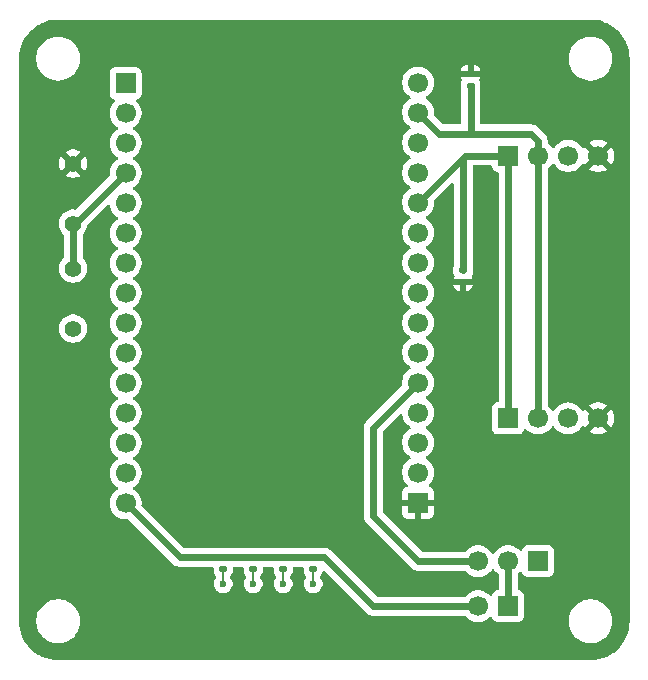
<source format=gbr>
%TF.GenerationSoftware,KiCad,Pcbnew,9.0.4*%
%TF.CreationDate,2025-08-21T19:51:14+03:00*%
%TF.ProjectId,homepost,686f6d65-706f-4737-942e-6b696361645f,rev?*%
%TF.SameCoordinates,Original*%
%TF.FileFunction,Copper,L1,Top*%
%TF.FilePolarity,Positive*%
%FSLAX46Y46*%
G04 Gerber Fmt 4.6, Leading zero omitted, Abs format (unit mm)*
G04 Created by KiCad (PCBNEW 9.0.4) date 2025-08-21 19:51:14*
%MOMM*%
%LPD*%
G01*
G04 APERTURE LIST*
G04 Aperture macros list*
%AMRoundRect*
0 Rectangle with rounded corners*
0 $1 Rounding radius*
0 $2 $3 $4 $5 $6 $7 $8 $9 X,Y pos of 4 corners*
0 Add a 4 corners polygon primitive as box body*
4,1,4,$2,$3,$4,$5,$6,$7,$8,$9,$2,$3,0*
0 Add four circle primitives for the rounded corners*
1,1,$1+$1,$2,$3*
1,1,$1+$1,$4,$5*
1,1,$1+$1,$6,$7*
1,1,$1+$1,$8,$9*
0 Add four rect primitives between the rounded corners*
20,1,$1+$1,$2,$3,$4,$5,0*
20,1,$1+$1,$4,$5,$6,$7,0*
20,1,$1+$1,$6,$7,$8,$9,0*
20,1,$1+$1,$8,$9,$2,$3,0*%
G04 Aperture macros list end*
%TA.AperFunction,ComponentPad*%
%ADD10C,1.700000*%
%TD*%
%TA.AperFunction,ComponentPad*%
%ADD11R,1.700000X1.700000*%
%TD*%
%TA.AperFunction,SMDPad,CuDef*%
%ADD12RoundRect,0.140000X-0.170000X0.140000X-0.170000X-0.140000X0.170000X-0.140000X0.170000X0.140000X0*%
%TD*%
%TA.AperFunction,SMDPad,CuDef*%
%ADD13RoundRect,0.135000X-0.185000X0.135000X-0.185000X-0.135000X0.185000X-0.135000X0.185000X0.135000X0*%
%TD*%
%TA.AperFunction,ComponentPad*%
%ADD14C,1.400000*%
%TD*%
%TA.AperFunction,SMDPad,CuDef*%
%ADD15RoundRect,0.135000X0.185000X-0.135000X0.185000X0.135000X-0.185000X0.135000X-0.185000X-0.135000X0*%
%TD*%
%TA.AperFunction,ViaPad*%
%ADD16C,0.600000*%
%TD*%
%TA.AperFunction,Conductor*%
%ADD17C,0.600000*%
%TD*%
%TA.AperFunction,Conductor*%
%ADD18C,0.200000*%
%TD*%
G04 APERTURE END LIST*
D10*
%TO.P,J4,15,Pin_15*%
%TO.N,unconnected-(J4-Pin_15-Pad15)*%
X125095000Y-85852000D03*
%TO.P,J4,14,Pin_14*%
%TO.N,/I2C_SCL*%
X125095000Y-88392000D03*
%TO.P,J4,13,Pin_13*%
%TO.N,unconnected-(J4-Pin_13-Pad13)*%
X125095000Y-90932000D03*
%TO.P,J4,12,Pin_12*%
%TO.N,unconnected-(J4-Pin_12-Pad12)*%
X125095000Y-93472000D03*
%TO.P,J4,11,Pin_11*%
%TO.N,/I2C_SDA*%
X125095000Y-96012000D03*
%TO.P,J4,10,Pin_10*%
%TO.N,unconnected-(J4-Pin_10-Pad10)*%
X125095000Y-98552000D03*
%TO.P,J4,9,Pin_9*%
%TO.N,unconnected-(J4-Pin_9-Pad9)*%
X125095000Y-101092000D03*
%TO.P,J4,8,Pin_8*%
%TO.N,unconnected-(J4-Pin_8-Pad8)*%
X125095000Y-103632000D03*
%TO.P,J4,7,Pin_7*%
%TO.N,unconnected-(J4-Pin_7-Pad7)*%
X125095000Y-106172000D03*
%TO.P,J4,6,Pin_6*%
%TO.N,unconnected-(J4-Pin_6-Pad6)*%
X125095000Y-108712000D03*
%TO.P,J4,5,Pin_5*%
%TO.N,/GEIGER_COUNTER_IN*%
X125095000Y-111252000D03*
%TO.P,J4,4,Pin_4*%
%TO.N,unconnected-(J4-Pin_4-Pad4)*%
X125095000Y-113792000D03*
%TO.P,J4,3,Pin_3*%
%TO.N,unconnected-(J4-Pin_3-Pad3)*%
X125095000Y-116332000D03*
%TO.P,J4,2,Pin_2*%
%TO.N,GND*%
X125095000Y-118872000D03*
D11*
%TO.P,J4,1,Pin_1*%
%TO.N,+3.3V*%
X125095000Y-121412000D03*
%TD*%
D10*
%TO.P,J3,15,Pin_15*%
%TO.N,VCC*%
X100330000Y-121460000D03*
%TO.P,J3,14,Pin_14*%
%TO.N,GND*%
X100330000Y-118920000D03*
%TO.P,J3,13,Pin_13*%
%TO.N,unconnected-(J3-Pin_13-Pad13)*%
X100330000Y-116380000D03*
%TO.P,J3,12,Pin_12*%
%TO.N,unconnected-(J3-Pin_12-Pad12)*%
X100330000Y-113840000D03*
%TO.P,J3,11,Pin_11*%
%TO.N,unconnected-(J3-Pin_11-Pad11)*%
X100330000Y-111300000D03*
%TO.P,J3,10,Pin_10*%
%TO.N,unconnected-(J3-Pin_10-Pad10)*%
X100330000Y-108760000D03*
%TO.P,J3,9,Pin_9*%
%TO.N,unconnected-(J3-Pin_9-Pad9)*%
X100330000Y-106220000D03*
%TO.P,J3,8,Pin_8*%
%TO.N,unconnected-(J3-Pin_8-Pad8)*%
X100330000Y-103680000D03*
%TO.P,J3,7,Pin_7*%
%TO.N,unconnected-(J3-Pin_7-Pad7)*%
X100330000Y-101140000D03*
%TO.P,J3,6,Pin_6*%
%TO.N,unconnected-(J3-Pin_6-Pad6)*%
X100330000Y-98600000D03*
%TO.P,J3,5,Pin_5*%
%TO.N,unconnected-(J3-Pin_5-Pad5)*%
X100330000Y-96060000D03*
%TO.P,J3,4,Pin_4*%
%TO.N,/PHOTORESISTOR_IN*%
X100330000Y-93520000D03*
%TO.P,J3,3,Pin_3*%
%TO.N,unconnected-(J3-Pin_3-Pad3)*%
X100330000Y-90980000D03*
%TO.P,J3,2,Pin_2*%
%TO.N,unconnected-(J3-Pin_2-Pad2)*%
X100330000Y-88440000D03*
D11*
%TO.P,J3,1,Pin_1*%
%TO.N,unconnected-(J3-Pin_1-Pad1)*%
X100330000Y-85900000D03*
%TD*%
D12*
%TO.P,C4,1*%
%TO.N,VCC*%
X108585000Y-126040000D03*
%TO.P,C4,2*%
%TO.N,GND*%
X108585000Y-127000000D03*
%TD*%
%TO.P,C1,1*%
%TO.N,VCC*%
X116205000Y-126040000D03*
%TO.P,C1,2*%
%TO.N,GND*%
X116205000Y-127000000D03*
%TD*%
D13*
%TO.P,R4,1*%
%TO.N,+3.3V*%
X129540000Y-85090000D03*
%TO.P,R4,2*%
%TO.N,/I2C_SCL*%
X129540000Y-86110000D03*
%TD*%
D14*
%TO.P,R1,1*%
%TO.N,GND*%
X95885000Y-106680000D03*
%TO.P,R1,2*%
%TO.N,/PHOTORESISTOR_IN*%
X95885000Y-101600000D03*
%TD*%
D11*
%TO.P,JP1,1,A*%
%TO.N,+5V*%
X132715000Y-130175000D03*
D10*
%TO.P,JP1,2,B*%
%TO.N,VCC*%
X130175000Y-130175000D03*
%TD*%
D11*
%TO.P,J1,1,Pin_1*%
%TO.N,/I2C_SDA*%
X132715000Y-114275000D03*
D10*
%TO.P,J1,2,Pin_2*%
%TO.N,/I2C_SCL*%
X135255000Y-114275000D03*
%TO.P,J1,3,Pin_3*%
%TO.N,GND*%
X137795000Y-114275000D03*
%TO.P,J1,4,Pin_4*%
%TO.N,+3.3V*%
X140335000Y-114275000D03*
%TD*%
D14*
%TO.P,R2,1*%
%TO.N,/PHOTORESISTOR_IN*%
X95885000Y-97790000D03*
%TO.P,R2,2*%
%TO.N,+3.3V*%
X95885000Y-92710000D03*
%TD*%
D11*
%TO.P,J5,1,Pin_1*%
%TO.N,GND*%
X135255000Y-126365000D03*
D10*
%TO.P,J5,2,Pin_2*%
%TO.N,+5V*%
X132715000Y-126365000D03*
%TO.P,J5,3,Pin_3*%
%TO.N,/GEIGER_COUNTER_IN*%
X130175000Y-126365000D03*
%TD*%
D15*
%TO.P,R3,1*%
%TO.N,+3.3V*%
X128905000Y-102745000D03*
%TO.P,R3,2*%
%TO.N,/I2C_SDA*%
X128905000Y-101725000D03*
%TD*%
D12*
%TO.P,C3,1*%
%TO.N,VCC*%
X111125000Y-126040000D03*
%TO.P,C3,2*%
%TO.N,GND*%
X111125000Y-127000000D03*
%TD*%
%TO.P,C2,1*%
%TO.N,VCC*%
X113665000Y-126040000D03*
%TO.P,C2,2*%
%TO.N,GND*%
X113665000Y-127000000D03*
%TD*%
D11*
%TO.P,J2,1,Pin_1*%
%TO.N,/I2C_SDA*%
X132725000Y-92050000D03*
D10*
%TO.P,J2,2,Pin_2*%
%TO.N,/I2C_SCL*%
X135265000Y-92050000D03*
%TO.P,J2,3,Pin_3*%
%TO.N,GND*%
X137805000Y-92050000D03*
%TO.P,J2,4,Pin_4*%
%TO.N,+3.3V*%
X140345000Y-92050000D03*
%TD*%
D16*
%TO.N,GND*%
X116205000Y-128270000D03*
X111125000Y-128270000D03*
X108585000Y-128270000D03*
X113665000Y-128270000D03*
%TD*%
D17*
%TO.N,/PHOTORESISTOR_IN*%
X95885000Y-99695000D02*
X95885000Y-97965000D01*
X95885000Y-97965000D02*
X100330000Y-93520000D01*
X95885000Y-99695000D02*
X95885000Y-101600000D01*
X95885000Y-97790000D02*
X95885000Y-99695000D01*
%TO.N,/I2C_SDA*%
X129057000Y-92050000D02*
X125095000Y-96012000D01*
X132715000Y-96520000D02*
X132725000Y-96510000D01*
X132725000Y-96510000D02*
X132725000Y-92050000D01*
X128905000Y-92202000D02*
X129057000Y-92050000D01*
X132715000Y-114275000D02*
X132715000Y-96520000D01*
X132725000Y-92050000D02*
X129057000Y-92050000D01*
X128905000Y-101725000D02*
X128905000Y-92202000D01*
%TO.N,/I2C_SCL*%
X129540000Y-90170000D02*
X126873000Y-90170000D01*
X134620000Y-90170000D02*
X129540000Y-90170000D01*
X135265000Y-92050000D02*
X135265000Y-90815000D01*
X126873000Y-90170000D02*
X125095000Y-88392000D01*
X135255000Y-96520000D02*
X135265000Y-96510000D01*
X135265000Y-90815000D02*
X134620000Y-90170000D01*
X129540000Y-90170000D02*
X129540000Y-86110000D01*
X135265000Y-96510000D02*
X135265000Y-92050000D01*
X135255000Y-96520000D02*
X135255000Y-114275000D01*
D18*
%TO.N,GND*%
X111125000Y-127000000D02*
X111125000Y-128270000D01*
X108585000Y-127000000D02*
X108585000Y-128270000D01*
X116205000Y-127000000D02*
X116205000Y-128270000D01*
X113665000Y-127000000D02*
X113665000Y-128270000D01*
D17*
%TO.N,+5V*%
X132715000Y-126365000D02*
X132715000Y-130175000D01*
%TO.N,VCC*%
X108585000Y-126040000D02*
X104910000Y-126040000D01*
X117150000Y-126040000D02*
X121285000Y-130175000D01*
X113665000Y-126040000D02*
X111125000Y-126040000D01*
X104910000Y-126040000D02*
X100330000Y-121460000D01*
X116205000Y-126040000D02*
X113665000Y-126040000D01*
X111125000Y-126040000D02*
X108585000Y-126040000D01*
X121285000Y-130175000D02*
X130175000Y-130175000D01*
X116205000Y-126040000D02*
X117150000Y-126040000D01*
%TO.N,/GEIGER_COUNTER_IN*%
X121285000Y-115062000D02*
X125095000Y-111252000D01*
X130175000Y-126365000D02*
X125095000Y-126365000D01*
X121285000Y-122555000D02*
X121285000Y-115062000D01*
X125095000Y-126365000D02*
X121285000Y-122555000D01*
%TD*%
%TA.AperFunction,Conductor*%
%TO.N,+3.3V*%
G36*
X139703243Y-80510669D02*
G01*
X140039450Y-80528290D01*
X140052358Y-80529647D01*
X140381677Y-80581806D01*
X140394342Y-80584497D01*
X140716422Y-80670798D01*
X140728749Y-80674803D01*
X141040038Y-80794296D01*
X141051873Y-80799565D01*
X141348976Y-80950947D01*
X141360191Y-80957423D01*
X141639832Y-81139023D01*
X141650313Y-81146638D01*
X141909441Y-81356475D01*
X141919086Y-81365160D01*
X142154839Y-81600913D01*
X142163524Y-81610558D01*
X142373359Y-81869683D01*
X142380978Y-81880171D01*
X142562573Y-82159802D01*
X142569055Y-82171029D01*
X142698834Y-82425733D01*
X142720429Y-82468115D01*
X142725708Y-82479972D01*
X142845193Y-82791241D01*
X142849204Y-82803586D01*
X142935498Y-83125642D01*
X142938196Y-83138337D01*
X142990352Y-83467641D01*
X142991709Y-83480549D01*
X143009330Y-83816756D01*
X143009500Y-83823246D01*
X143009500Y-131441753D01*
X143009330Y-131448243D01*
X142991709Y-131784450D01*
X142990352Y-131797358D01*
X142938196Y-132126662D01*
X142935498Y-132139357D01*
X142849204Y-132461413D01*
X142845193Y-132473758D01*
X142725708Y-132785027D01*
X142720429Y-132796884D01*
X142569059Y-133093964D01*
X142562569Y-133105204D01*
X142380983Y-133384822D01*
X142373354Y-133395323D01*
X142163524Y-133654441D01*
X142154839Y-133664086D01*
X141919086Y-133899839D01*
X141909441Y-133908524D01*
X141650323Y-134118354D01*
X141639822Y-134125983D01*
X141360204Y-134307569D01*
X141348964Y-134314059D01*
X141051884Y-134465429D01*
X141040027Y-134470708D01*
X140728758Y-134590193D01*
X140716413Y-134594204D01*
X140394357Y-134680498D01*
X140381662Y-134683196D01*
X140052358Y-134735352D01*
X140039450Y-134736709D01*
X139703244Y-134754330D01*
X139696754Y-134754500D01*
X94618246Y-134754500D01*
X94611756Y-134754330D01*
X94275549Y-134736709D01*
X94262641Y-134735352D01*
X93933337Y-134683196D01*
X93920642Y-134680498D01*
X93598586Y-134594204D01*
X93586241Y-134590193D01*
X93274972Y-134470708D01*
X93263115Y-134465429D01*
X92966029Y-134314055D01*
X92954802Y-134307573D01*
X92675171Y-134125978D01*
X92664683Y-134118359D01*
X92405558Y-133908524D01*
X92395913Y-133899839D01*
X92160160Y-133664086D01*
X92151475Y-133654441D01*
X92062648Y-133544749D01*
X91941638Y-133395313D01*
X91934023Y-133384832D01*
X91752423Y-133105191D01*
X91745947Y-133093976D01*
X91594565Y-132796873D01*
X91589296Y-132785038D01*
X91469803Y-132473749D01*
X91465798Y-132461422D01*
X91379497Y-132139342D01*
X91376806Y-132126677D01*
X91324647Y-131797358D01*
X91323290Y-131784450D01*
X91305670Y-131448243D01*
X91305500Y-131441753D01*
X91305500Y-131323711D01*
X92764500Y-131323711D01*
X92764500Y-131566288D01*
X92796161Y-131806785D01*
X92858947Y-132041104D01*
X92899645Y-132139357D01*
X92951776Y-132265212D01*
X93073064Y-132475289D01*
X93073066Y-132475292D01*
X93073067Y-132475293D01*
X93220733Y-132667736D01*
X93220739Y-132667743D01*
X93392256Y-132839260D01*
X93392262Y-132839265D01*
X93584711Y-132986936D01*
X93794788Y-133108224D01*
X94018900Y-133201054D01*
X94253211Y-133263838D01*
X94433586Y-133287584D01*
X94493711Y-133295500D01*
X94493712Y-133295500D01*
X94736289Y-133295500D01*
X94784388Y-133289167D01*
X94976789Y-133263838D01*
X95211100Y-133201054D01*
X95435212Y-133108224D01*
X95645289Y-132986936D01*
X95837738Y-132839265D01*
X96009265Y-132667738D01*
X96156936Y-132475289D01*
X96278224Y-132265212D01*
X96371054Y-132041100D01*
X96433838Y-131806789D01*
X96465500Y-131566288D01*
X96465500Y-131323712D01*
X96433838Y-131083211D01*
X96371054Y-130848900D01*
X96278224Y-130624788D01*
X96156936Y-130414711D01*
X96009265Y-130222262D01*
X96009260Y-130222256D01*
X95837743Y-130050739D01*
X95837736Y-130050733D01*
X95645293Y-129903067D01*
X95645292Y-129903066D01*
X95645289Y-129903064D01*
X95435212Y-129781776D01*
X95435205Y-129781773D01*
X95211104Y-129688947D01*
X94976785Y-129626161D01*
X94736289Y-129594500D01*
X94736288Y-129594500D01*
X94493712Y-129594500D01*
X94493711Y-129594500D01*
X94253214Y-129626161D01*
X94018895Y-129688947D01*
X93794794Y-129781773D01*
X93794785Y-129781777D01*
X93584706Y-129903067D01*
X93392263Y-130050733D01*
X93392256Y-130050739D01*
X93220739Y-130222256D01*
X93220733Y-130222263D01*
X93073067Y-130414706D01*
X92951777Y-130624785D01*
X92951773Y-130624794D01*
X92858947Y-130848895D01*
X92796161Y-131083214D01*
X92764500Y-131323711D01*
X91305500Y-131323711D01*
X91305500Y-106585513D01*
X94684500Y-106585513D01*
X94684500Y-106774486D01*
X94714059Y-106961118D01*
X94772454Y-107140836D01*
X94828132Y-107250109D01*
X94858240Y-107309199D01*
X94969310Y-107462073D01*
X95102927Y-107595690D01*
X95255801Y-107706760D01*
X95335347Y-107747290D01*
X95424163Y-107792545D01*
X95424165Y-107792545D01*
X95424168Y-107792547D01*
X95520497Y-107823846D01*
X95603881Y-107850940D01*
X95790514Y-107880500D01*
X95790519Y-107880500D01*
X95979486Y-107880500D01*
X96166118Y-107850940D01*
X96223753Y-107832213D01*
X96345832Y-107792547D01*
X96514199Y-107706760D01*
X96667073Y-107595690D01*
X96800690Y-107462073D01*
X96911760Y-107309199D01*
X96997547Y-107140832D01*
X97055940Y-106961118D01*
X97061214Y-106927820D01*
X97085500Y-106774486D01*
X97085500Y-106585513D01*
X97055940Y-106398881D01*
X96997545Y-106219163D01*
X96911759Y-106050800D01*
X96800690Y-105897927D01*
X96667073Y-105764310D01*
X96514199Y-105653240D01*
X96345836Y-105567454D01*
X96166118Y-105509059D01*
X95979486Y-105479500D01*
X95979481Y-105479500D01*
X95790519Y-105479500D01*
X95790514Y-105479500D01*
X95603881Y-105509059D01*
X95424163Y-105567454D01*
X95255800Y-105653240D01*
X95189260Y-105701585D01*
X95102927Y-105764310D01*
X95102925Y-105764312D01*
X95102924Y-105764312D01*
X94969312Y-105897924D01*
X94969312Y-105897925D01*
X94969310Y-105897927D01*
X94921610Y-105963579D01*
X94858240Y-106050800D01*
X94772454Y-106219163D01*
X94714059Y-106398881D01*
X94684500Y-106585513D01*
X91305500Y-106585513D01*
X91305500Y-97695513D01*
X94684500Y-97695513D01*
X94684500Y-97884486D01*
X94714059Y-98071118D01*
X94772454Y-98250836D01*
X94858240Y-98419199D01*
X94969310Y-98572073D01*
X94969312Y-98572075D01*
X95048181Y-98650944D01*
X95081666Y-98712267D01*
X95084500Y-98738625D01*
X95084500Y-100651375D01*
X95064815Y-100718414D01*
X95048181Y-100739056D01*
X94969312Y-100817924D01*
X94969312Y-100817925D01*
X94969310Y-100817927D01*
X94921610Y-100883579D01*
X94858240Y-100970800D01*
X94772454Y-101139163D01*
X94714059Y-101318881D01*
X94684500Y-101505513D01*
X94684500Y-101694486D01*
X94714059Y-101881118D01*
X94772454Y-102060836D01*
X94858240Y-102229199D01*
X94969310Y-102382073D01*
X95102927Y-102515690D01*
X95255801Y-102626760D01*
X95335347Y-102667290D01*
X95424163Y-102712545D01*
X95424165Y-102712545D01*
X95424168Y-102712547D01*
X95520497Y-102743846D01*
X95603881Y-102770940D01*
X95790514Y-102800500D01*
X95790519Y-102800500D01*
X95979486Y-102800500D01*
X96166118Y-102770940D01*
X96223753Y-102752213D01*
X96345832Y-102712547D01*
X96514199Y-102626760D01*
X96667073Y-102515690D01*
X96800690Y-102382073D01*
X96911760Y-102229199D01*
X96997547Y-102060832D01*
X97055940Y-101881118D01*
X97061214Y-101847820D01*
X97085500Y-101694486D01*
X97085500Y-101505513D01*
X97055940Y-101318881D01*
X96997545Y-101139163D01*
X96911759Y-100970800D01*
X96800690Y-100817927D01*
X96721819Y-100739056D01*
X96688334Y-100677733D01*
X96685500Y-100651375D01*
X96685500Y-98738625D01*
X96705185Y-98671586D01*
X96721819Y-98650944D01*
X96800690Y-98572073D01*
X96911760Y-98419199D01*
X96997547Y-98250832D01*
X97055940Y-98071118D01*
X97076921Y-97938643D01*
X97106848Y-97875513D01*
X97111694Y-97870382D01*
X98785034Y-96197042D01*
X98846355Y-96163559D01*
X98916047Y-96168543D01*
X98971980Y-96210415D01*
X98995186Y-96265327D01*
X99005151Y-96328243D01*
X99012754Y-96376243D01*
X99074146Y-96565188D01*
X99078444Y-96578414D01*
X99174951Y-96767820D01*
X99299890Y-96939786D01*
X99450213Y-97090109D01*
X99622182Y-97215050D01*
X99630946Y-97219516D01*
X99681742Y-97267491D01*
X99698536Y-97335312D01*
X99675998Y-97401447D01*
X99630946Y-97440484D01*
X99622182Y-97444949D01*
X99450213Y-97569890D01*
X99299890Y-97720213D01*
X99174951Y-97892179D01*
X99078444Y-98081585D01*
X99012753Y-98283760D01*
X98979500Y-98493713D01*
X98979500Y-98706287D01*
X99012754Y-98916243D01*
X99062847Y-99070414D01*
X99078444Y-99118414D01*
X99174951Y-99307820D01*
X99299890Y-99479786D01*
X99450213Y-99630109D01*
X99622182Y-99755050D01*
X99630946Y-99759516D01*
X99681742Y-99807491D01*
X99698536Y-99875312D01*
X99675998Y-99941447D01*
X99630946Y-99980484D01*
X99622182Y-99984949D01*
X99450213Y-100109890D01*
X99299890Y-100260213D01*
X99174951Y-100432179D01*
X99078444Y-100621585D01*
X99012753Y-100823760D01*
X98979500Y-101033713D01*
X98979500Y-101246287D01*
X99012754Y-101456243D01*
X99062847Y-101610414D01*
X99078444Y-101658414D01*
X99174951Y-101847820D01*
X99299890Y-102019786D01*
X99450213Y-102170109D01*
X99622182Y-102295050D01*
X99630946Y-102299516D01*
X99681742Y-102347491D01*
X99698536Y-102415312D01*
X99675998Y-102481447D01*
X99630946Y-102520484D01*
X99622182Y-102524949D01*
X99450213Y-102649890D01*
X99299890Y-102800213D01*
X99174951Y-102972179D01*
X99078444Y-103161585D01*
X99012753Y-103363760D01*
X98979500Y-103573713D01*
X98979500Y-103786287D01*
X99012754Y-103996243D01*
X99062847Y-104150414D01*
X99078444Y-104198414D01*
X99174951Y-104387820D01*
X99299890Y-104559786D01*
X99450213Y-104710109D01*
X99622182Y-104835050D01*
X99630946Y-104839516D01*
X99681742Y-104887491D01*
X99698536Y-104955312D01*
X99675998Y-105021447D01*
X99630946Y-105060484D01*
X99622182Y-105064949D01*
X99450213Y-105189890D01*
X99299890Y-105340213D01*
X99174951Y-105512179D01*
X99078444Y-105701585D01*
X99012753Y-105903760D01*
X98979500Y-106113713D01*
X98979500Y-106326287D01*
X99012754Y-106536243D01*
X99062847Y-106690414D01*
X99078444Y-106738414D01*
X99174951Y-106927820D01*
X99299890Y-107099786D01*
X99450213Y-107250109D01*
X99622182Y-107375050D01*
X99630946Y-107379516D01*
X99681742Y-107427491D01*
X99698536Y-107495312D01*
X99675998Y-107561447D01*
X99630946Y-107600484D01*
X99622182Y-107604949D01*
X99450213Y-107729890D01*
X99299890Y-107880213D01*
X99174951Y-108052179D01*
X99078444Y-108241585D01*
X99012753Y-108443760D01*
X98979500Y-108653713D01*
X98979500Y-108866287D01*
X99012754Y-109076243D01*
X99062847Y-109230414D01*
X99078444Y-109278414D01*
X99174951Y-109467820D01*
X99299890Y-109639786D01*
X99450213Y-109790109D01*
X99622182Y-109915050D01*
X99630946Y-109919516D01*
X99681742Y-109967491D01*
X99698536Y-110035312D01*
X99675998Y-110101447D01*
X99630946Y-110140484D01*
X99622182Y-110144949D01*
X99450213Y-110269890D01*
X99299890Y-110420213D01*
X99174951Y-110592179D01*
X99078444Y-110781585D01*
X99012753Y-110983760D01*
X98979500Y-111193713D01*
X98979500Y-111406287D01*
X99012754Y-111616243D01*
X99062847Y-111770414D01*
X99078444Y-111818414D01*
X99174951Y-112007820D01*
X99299890Y-112179786D01*
X99450213Y-112330109D01*
X99622182Y-112455050D01*
X99630946Y-112459516D01*
X99681742Y-112507491D01*
X99698536Y-112575312D01*
X99675998Y-112641447D01*
X99630946Y-112680484D01*
X99622182Y-112684949D01*
X99450213Y-112809890D01*
X99299890Y-112960213D01*
X99174951Y-113132179D01*
X99078444Y-113321585D01*
X99012753Y-113523760D01*
X98979500Y-113733713D01*
X98979500Y-113946287D01*
X99012754Y-114156243D01*
X99062847Y-114310414D01*
X99078444Y-114358414D01*
X99174951Y-114547820D01*
X99299890Y-114719786D01*
X99450213Y-114870109D01*
X99622182Y-114995050D01*
X99630946Y-114999516D01*
X99681742Y-115047491D01*
X99698536Y-115115312D01*
X99675998Y-115181447D01*
X99630946Y-115220484D01*
X99622182Y-115224949D01*
X99450213Y-115349890D01*
X99299890Y-115500213D01*
X99174951Y-115672179D01*
X99078444Y-115861585D01*
X99012753Y-116063760D01*
X98979500Y-116273713D01*
X98979500Y-116486287D01*
X99012754Y-116696243D01*
X99062847Y-116850414D01*
X99078444Y-116898414D01*
X99174951Y-117087820D01*
X99299890Y-117259786D01*
X99450213Y-117410109D01*
X99622182Y-117535050D01*
X99630946Y-117539516D01*
X99681742Y-117587491D01*
X99698536Y-117655312D01*
X99675998Y-117721447D01*
X99630946Y-117760484D01*
X99622182Y-117764949D01*
X99450213Y-117889890D01*
X99299890Y-118040213D01*
X99174951Y-118212179D01*
X99078444Y-118401585D01*
X99012753Y-118603760D01*
X98979500Y-118813713D01*
X98979500Y-119026287D01*
X99012754Y-119236243D01*
X99062847Y-119390414D01*
X99078444Y-119438414D01*
X99174951Y-119627820D01*
X99299890Y-119799786D01*
X99450213Y-119950109D01*
X99622182Y-120075050D01*
X99630946Y-120079516D01*
X99681742Y-120127491D01*
X99698536Y-120195312D01*
X99675998Y-120261447D01*
X99630946Y-120300484D01*
X99622182Y-120304949D01*
X99450213Y-120429890D01*
X99299890Y-120580213D01*
X99174951Y-120752179D01*
X99078444Y-120941585D01*
X99012753Y-121143760D01*
X99000835Y-121219007D01*
X98979500Y-121353713D01*
X98979500Y-121566287D01*
X98989534Y-121629644D01*
X99003688Y-121719007D01*
X99012754Y-121776243D01*
X99056864Y-121912000D01*
X99078444Y-121978414D01*
X99174951Y-122167820D01*
X99299890Y-122339786D01*
X99450213Y-122490109D01*
X99622179Y-122615048D01*
X99622181Y-122615049D01*
X99622184Y-122615051D01*
X99811588Y-122711557D01*
X100013757Y-122777246D01*
X100223713Y-122810500D01*
X100223714Y-122810500D01*
X100436285Y-122810500D01*
X100436287Y-122810500D01*
X100470686Y-122805051D01*
X100539977Y-122814005D01*
X100577765Y-122839843D01*
X104288211Y-126550289D01*
X104399711Y-126661789D01*
X104399712Y-126661790D01*
X104530814Y-126749390D01*
X104530821Y-126749394D01*
X104641673Y-126795310D01*
X104676503Y-126809737D01*
X104831153Y-126840499D01*
X104831156Y-126840500D01*
X104831158Y-126840500D01*
X104988842Y-126840500D01*
X107650500Y-126840500D01*
X107717539Y-126860185D01*
X107763294Y-126912989D01*
X107774500Y-126964500D01*
X107774500Y-127204697D01*
X107777356Y-127240991D01*
X107777357Y-127240997D01*
X107822504Y-127396390D01*
X107822505Y-127396393D01*
X107904881Y-127535684D01*
X107904887Y-127535692D01*
X107948180Y-127578984D01*
X107962884Y-127605912D01*
X107979477Y-127631731D01*
X107980368Y-127637930D01*
X107981666Y-127640307D01*
X107984500Y-127666666D01*
X107984500Y-127690234D01*
X107964815Y-127757273D01*
X107963602Y-127759125D01*
X107875609Y-127890814D01*
X107875602Y-127890827D01*
X107815264Y-128036498D01*
X107815261Y-128036510D01*
X107784500Y-128191153D01*
X107784500Y-128348846D01*
X107815261Y-128503489D01*
X107815264Y-128503501D01*
X107875602Y-128649172D01*
X107875609Y-128649185D01*
X107963210Y-128780288D01*
X107963213Y-128780292D01*
X108074707Y-128891786D01*
X108074711Y-128891789D01*
X108205814Y-128979390D01*
X108205827Y-128979397D01*
X108351498Y-129039735D01*
X108351503Y-129039737D01*
X108506153Y-129070499D01*
X108506156Y-129070500D01*
X108506158Y-129070500D01*
X108663844Y-129070500D01*
X108663845Y-129070499D01*
X108818497Y-129039737D01*
X108964179Y-128979394D01*
X109095289Y-128891789D01*
X109206789Y-128780289D01*
X109294394Y-128649179D01*
X109354737Y-128503497D01*
X109385500Y-128348842D01*
X109385500Y-128191158D01*
X109385500Y-128191155D01*
X109385499Y-128191153D01*
X109354738Y-128036510D01*
X109354737Y-128036503D01*
X109354735Y-128036498D01*
X109294397Y-127890827D01*
X109294390Y-127890814D01*
X109206398Y-127759125D01*
X109200747Y-127741078D01*
X109190523Y-127725169D01*
X109186071Y-127694207D01*
X109185520Y-127692447D01*
X109185500Y-127690234D01*
X109185500Y-127666666D01*
X109205185Y-127599627D01*
X109221820Y-127578984D01*
X109265112Y-127535692D01*
X109265117Y-127535687D01*
X109347494Y-127396395D01*
X109386286Y-127262873D01*
X109392642Y-127240997D01*
X109392643Y-127240991D01*
X109394010Y-127223618D01*
X109395500Y-127204690D01*
X109395500Y-126964500D01*
X109415185Y-126897461D01*
X109467989Y-126851706D01*
X109519500Y-126840500D01*
X110190500Y-126840500D01*
X110257539Y-126860185D01*
X110303294Y-126912989D01*
X110314500Y-126964500D01*
X110314500Y-127204697D01*
X110317356Y-127240991D01*
X110317357Y-127240997D01*
X110362504Y-127396390D01*
X110362505Y-127396393D01*
X110444881Y-127535684D01*
X110444887Y-127535692D01*
X110488180Y-127578984D01*
X110502884Y-127605912D01*
X110519477Y-127631731D01*
X110520368Y-127637930D01*
X110521666Y-127640307D01*
X110524500Y-127666666D01*
X110524500Y-127690234D01*
X110504815Y-127757273D01*
X110503602Y-127759125D01*
X110415609Y-127890814D01*
X110415602Y-127890827D01*
X110355264Y-128036498D01*
X110355261Y-128036510D01*
X110324500Y-128191153D01*
X110324500Y-128348846D01*
X110355261Y-128503489D01*
X110355264Y-128503501D01*
X110415602Y-128649172D01*
X110415609Y-128649185D01*
X110503210Y-128780288D01*
X110503213Y-128780292D01*
X110614707Y-128891786D01*
X110614711Y-128891789D01*
X110745814Y-128979390D01*
X110745827Y-128979397D01*
X110891498Y-129039735D01*
X110891503Y-129039737D01*
X111046153Y-129070499D01*
X111046156Y-129070500D01*
X111046158Y-129070500D01*
X111203844Y-129070500D01*
X111203845Y-129070499D01*
X111358497Y-129039737D01*
X111504179Y-128979394D01*
X111635289Y-128891789D01*
X111746789Y-128780289D01*
X111834394Y-128649179D01*
X111894737Y-128503497D01*
X111925500Y-128348842D01*
X111925500Y-128191158D01*
X111925500Y-128191155D01*
X111925499Y-128191153D01*
X111894738Y-128036510D01*
X111894737Y-128036503D01*
X111894735Y-128036498D01*
X111834397Y-127890827D01*
X111834390Y-127890814D01*
X111746398Y-127759125D01*
X111740747Y-127741078D01*
X111730523Y-127725169D01*
X111726071Y-127694207D01*
X111725520Y-127692447D01*
X111725500Y-127690234D01*
X111725500Y-127666666D01*
X111745185Y-127599627D01*
X111761820Y-127578984D01*
X111805112Y-127535692D01*
X111805117Y-127535687D01*
X111887494Y-127396395D01*
X111926286Y-127262873D01*
X111932642Y-127240997D01*
X111932643Y-127240991D01*
X111934010Y-127223618D01*
X111935500Y-127204690D01*
X111935500Y-126964500D01*
X111955185Y-126897461D01*
X112007989Y-126851706D01*
X112059500Y-126840500D01*
X112730500Y-126840500D01*
X112797539Y-126860185D01*
X112843294Y-126912989D01*
X112854500Y-126964500D01*
X112854500Y-127204697D01*
X112857356Y-127240991D01*
X112857357Y-127240997D01*
X112902504Y-127396390D01*
X112902505Y-127396393D01*
X112984881Y-127535684D01*
X112984887Y-127535692D01*
X113028180Y-127578984D01*
X113042884Y-127605912D01*
X113059477Y-127631731D01*
X113060368Y-127637930D01*
X113061666Y-127640307D01*
X113064500Y-127666666D01*
X113064500Y-127690234D01*
X113044815Y-127757273D01*
X113043602Y-127759125D01*
X112955609Y-127890814D01*
X112955602Y-127890827D01*
X112895264Y-128036498D01*
X112895261Y-128036510D01*
X112864500Y-128191153D01*
X112864500Y-128348846D01*
X112895261Y-128503489D01*
X112895264Y-128503501D01*
X112955602Y-128649172D01*
X112955609Y-128649185D01*
X113043210Y-128780288D01*
X113043213Y-128780292D01*
X113154707Y-128891786D01*
X113154711Y-128891789D01*
X113285814Y-128979390D01*
X113285827Y-128979397D01*
X113431498Y-129039735D01*
X113431503Y-129039737D01*
X113586153Y-129070499D01*
X113586156Y-129070500D01*
X113586158Y-129070500D01*
X113743844Y-129070500D01*
X113743845Y-129070499D01*
X113898497Y-129039737D01*
X114044179Y-128979394D01*
X114175289Y-128891789D01*
X114286789Y-128780289D01*
X114374394Y-128649179D01*
X114434737Y-128503497D01*
X114465500Y-128348842D01*
X114465500Y-128191158D01*
X114465500Y-128191155D01*
X114465499Y-128191153D01*
X114434738Y-128036510D01*
X114434737Y-128036503D01*
X114434735Y-128036498D01*
X114374397Y-127890827D01*
X114374390Y-127890814D01*
X114286398Y-127759125D01*
X114280747Y-127741078D01*
X114270523Y-127725169D01*
X114266071Y-127694207D01*
X114265520Y-127692447D01*
X114265500Y-127690234D01*
X114265500Y-127666666D01*
X114285185Y-127599627D01*
X114301820Y-127578984D01*
X114345112Y-127535692D01*
X114345117Y-127535687D01*
X114427494Y-127396395D01*
X114466286Y-127262873D01*
X114472642Y-127240997D01*
X114472643Y-127240991D01*
X114474010Y-127223618D01*
X114475500Y-127204690D01*
X114475500Y-126964500D01*
X114495185Y-126897461D01*
X114547989Y-126851706D01*
X114599500Y-126840500D01*
X115270500Y-126840500D01*
X115337539Y-126860185D01*
X115383294Y-126912989D01*
X115394500Y-126964500D01*
X115394500Y-127204697D01*
X115397356Y-127240991D01*
X115397357Y-127240997D01*
X115442504Y-127396390D01*
X115442505Y-127396393D01*
X115524881Y-127535684D01*
X115524887Y-127535692D01*
X115568180Y-127578984D01*
X115582884Y-127605912D01*
X115599477Y-127631731D01*
X115600368Y-127637930D01*
X115601666Y-127640307D01*
X115604500Y-127666666D01*
X115604500Y-127690234D01*
X115584815Y-127757273D01*
X115583602Y-127759125D01*
X115495609Y-127890814D01*
X115495602Y-127890827D01*
X115435264Y-128036498D01*
X115435261Y-128036510D01*
X115404500Y-128191153D01*
X115404500Y-128348846D01*
X115435261Y-128503489D01*
X115435264Y-128503501D01*
X115495602Y-128649172D01*
X115495609Y-128649185D01*
X115583210Y-128780288D01*
X115583213Y-128780292D01*
X115694707Y-128891786D01*
X115694711Y-128891789D01*
X115825814Y-128979390D01*
X115825827Y-128979397D01*
X115971498Y-129039735D01*
X115971503Y-129039737D01*
X116126153Y-129070499D01*
X116126156Y-129070500D01*
X116126158Y-129070500D01*
X116283844Y-129070500D01*
X116283845Y-129070499D01*
X116438497Y-129039737D01*
X116584179Y-128979394D01*
X116715289Y-128891789D01*
X116826789Y-128780289D01*
X116914394Y-128649179D01*
X116974737Y-128503497D01*
X117005500Y-128348842D01*
X117005500Y-128191158D01*
X117005500Y-128191155D01*
X117005499Y-128191153D01*
X116974738Y-128036510D01*
X116974737Y-128036503D01*
X116974735Y-128036498D01*
X116914397Y-127890827D01*
X116914390Y-127890814D01*
X116826398Y-127759125D01*
X116820747Y-127741078D01*
X116810523Y-127725169D01*
X116806071Y-127694207D01*
X116805520Y-127692447D01*
X116805500Y-127690234D01*
X116805500Y-127666666D01*
X116825185Y-127599627D01*
X116841820Y-127578984D01*
X116885112Y-127535692D01*
X116885117Y-127535687D01*
X116967494Y-127396395D01*
X117000583Y-127282504D01*
X117038189Y-127223618D01*
X117101661Y-127194412D01*
X117170848Y-127204158D01*
X117207340Y-127229418D01*
X120663211Y-130685289D01*
X120774711Y-130796789D01*
X120774712Y-130796790D01*
X120905814Y-130884390D01*
X120905827Y-130884397D01*
X121051498Y-130944735D01*
X121051503Y-130944737D01*
X121206153Y-130975499D01*
X121206156Y-130975500D01*
X121206158Y-130975500D01*
X129024106Y-130975500D01*
X129091145Y-130995185D01*
X129124422Y-131026612D01*
X129144896Y-131054792D01*
X129144898Y-131054794D01*
X129295213Y-131205109D01*
X129467179Y-131330048D01*
X129467181Y-131330049D01*
X129467184Y-131330051D01*
X129656588Y-131426557D01*
X129858757Y-131492246D01*
X130068713Y-131525500D01*
X130068714Y-131525500D01*
X130281286Y-131525500D01*
X130281287Y-131525500D01*
X130491243Y-131492246D01*
X130693412Y-131426557D01*
X130882816Y-131330051D01*
X131054792Y-131205104D01*
X131168329Y-131091566D01*
X131229648Y-131058084D01*
X131299340Y-131063068D01*
X131355274Y-131104939D01*
X131372189Y-131135917D01*
X131421202Y-131267328D01*
X131421206Y-131267335D01*
X131507452Y-131382544D01*
X131507455Y-131382547D01*
X131622664Y-131468793D01*
X131622671Y-131468797D01*
X131757517Y-131519091D01*
X131757516Y-131519091D01*
X131764444Y-131519835D01*
X131817127Y-131525500D01*
X133612872Y-131525499D01*
X133672483Y-131519091D01*
X133807331Y-131468796D01*
X133922546Y-131382546D01*
X133966590Y-131323711D01*
X137849500Y-131323711D01*
X137849500Y-131566288D01*
X137881161Y-131806785D01*
X137943947Y-132041104D01*
X137984645Y-132139357D01*
X138036776Y-132265212D01*
X138158064Y-132475289D01*
X138158066Y-132475292D01*
X138158067Y-132475293D01*
X138305733Y-132667736D01*
X138305739Y-132667743D01*
X138477256Y-132839260D01*
X138477262Y-132839265D01*
X138669711Y-132986936D01*
X138879788Y-133108224D01*
X139103900Y-133201054D01*
X139338211Y-133263838D01*
X139518586Y-133287584D01*
X139578711Y-133295500D01*
X139578712Y-133295500D01*
X139821289Y-133295500D01*
X139869388Y-133289167D01*
X140061789Y-133263838D01*
X140296100Y-133201054D01*
X140520212Y-133108224D01*
X140730289Y-132986936D01*
X140922738Y-132839265D01*
X141094265Y-132667738D01*
X141241936Y-132475289D01*
X141363224Y-132265212D01*
X141456054Y-132041100D01*
X141518838Y-131806789D01*
X141550500Y-131566288D01*
X141550500Y-131323712D01*
X141518838Y-131083211D01*
X141456054Y-130848900D01*
X141363224Y-130624788D01*
X141241936Y-130414711D01*
X141094265Y-130222262D01*
X141094260Y-130222256D01*
X140922743Y-130050739D01*
X140922736Y-130050733D01*
X140730293Y-129903067D01*
X140730292Y-129903066D01*
X140730289Y-129903064D01*
X140520212Y-129781776D01*
X140520205Y-129781773D01*
X140296104Y-129688947D01*
X140061785Y-129626161D01*
X139821289Y-129594500D01*
X139821288Y-129594500D01*
X139578712Y-129594500D01*
X139578711Y-129594500D01*
X139338214Y-129626161D01*
X139103895Y-129688947D01*
X138879794Y-129781773D01*
X138879785Y-129781777D01*
X138669706Y-129903067D01*
X138477263Y-130050733D01*
X138477256Y-130050739D01*
X138305739Y-130222256D01*
X138305733Y-130222263D01*
X138158067Y-130414706D01*
X138036777Y-130624785D01*
X138036773Y-130624794D01*
X137943947Y-130848895D01*
X137881161Y-131083214D01*
X137849500Y-131323711D01*
X133966590Y-131323711D01*
X134008796Y-131267331D01*
X134059091Y-131132483D01*
X134065500Y-131072873D01*
X134065499Y-129277128D01*
X134059091Y-129217517D01*
X134057810Y-129214083D01*
X134008797Y-129082671D01*
X134008793Y-129082664D01*
X133922547Y-128967455D01*
X133922544Y-128967452D01*
X133807335Y-128881206D01*
X133807328Y-128881202D01*
X133672483Y-128830908D01*
X133626243Y-128825937D01*
X133561693Y-128799199D01*
X133521845Y-128741806D01*
X133515500Y-128702648D01*
X133515500Y-127515893D01*
X133524689Y-127484595D01*
X133532658Y-127452958D01*
X133534611Y-127450807D01*
X133535185Y-127448854D01*
X133554717Y-127425407D01*
X133560358Y-127420120D01*
X133594792Y-127395104D01*
X133709764Y-127280131D01*
X133711224Y-127278764D01*
X133740671Y-127263906D01*
X133769648Y-127248084D01*
X133771735Y-127248233D01*
X133773603Y-127247291D01*
X133806419Y-127250713D01*
X133839340Y-127253068D01*
X133841015Y-127254321D01*
X133843096Y-127254539D01*
X133868852Y-127275160D01*
X133895274Y-127294939D01*
X133896608Y-127297382D01*
X133897638Y-127298207D01*
X133898567Y-127300971D01*
X133912189Y-127325917D01*
X133961202Y-127457328D01*
X133961206Y-127457335D01*
X134047452Y-127572544D01*
X134047455Y-127572547D01*
X134162664Y-127658793D01*
X134162671Y-127658797D01*
X134297517Y-127709091D01*
X134297516Y-127709091D01*
X134304444Y-127709835D01*
X134357127Y-127715500D01*
X136152872Y-127715499D01*
X136212483Y-127709091D01*
X136347331Y-127658796D01*
X136462546Y-127572546D01*
X136548796Y-127457331D01*
X136599091Y-127322483D01*
X136605500Y-127262873D01*
X136605499Y-125467128D01*
X136599091Y-125407517D01*
X136597810Y-125404083D01*
X136548797Y-125272671D01*
X136548793Y-125272664D01*
X136462547Y-125157455D01*
X136462544Y-125157452D01*
X136347335Y-125071206D01*
X136347328Y-125071202D01*
X136212482Y-125020908D01*
X136212483Y-125020908D01*
X136152883Y-125014501D01*
X136152881Y-125014500D01*
X136152873Y-125014500D01*
X136152864Y-125014500D01*
X134357129Y-125014500D01*
X134357123Y-125014501D01*
X134297516Y-125020908D01*
X134162671Y-125071202D01*
X134162664Y-125071206D01*
X134047455Y-125157452D01*
X134047452Y-125157455D01*
X133961206Y-125272664D01*
X133961203Y-125272669D01*
X133912189Y-125404083D01*
X133870317Y-125460016D01*
X133804853Y-125484433D01*
X133736580Y-125469581D01*
X133708326Y-125448430D01*
X133594786Y-125334890D01*
X133422820Y-125209951D01*
X133233414Y-125113444D01*
X133233413Y-125113443D01*
X133233412Y-125113443D01*
X133031243Y-125047754D01*
X133031241Y-125047753D01*
X133031240Y-125047753D01*
X132869957Y-125022208D01*
X132821287Y-125014500D01*
X132608713Y-125014500D01*
X132560042Y-125022208D01*
X132398760Y-125047753D01*
X132196585Y-125113444D01*
X132007179Y-125209951D01*
X131835213Y-125334890D01*
X131684890Y-125485213D01*
X131559949Y-125657182D01*
X131555484Y-125665946D01*
X131507509Y-125716742D01*
X131439688Y-125733536D01*
X131373553Y-125710998D01*
X131334516Y-125665946D01*
X131330050Y-125657182D01*
X131205109Y-125485213D01*
X131054786Y-125334890D01*
X130882820Y-125209951D01*
X130693414Y-125113444D01*
X130693413Y-125113443D01*
X130693412Y-125113443D01*
X130491243Y-125047754D01*
X130491241Y-125047753D01*
X130491240Y-125047753D01*
X130329957Y-125022208D01*
X130281287Y-125014500D01*
X130068713Y-125014500D01*
X130020042Y-125022208D01*
X129858760Y-125047753D01*
X129656585Y-125113444D01*
X129467179Y-125209951D01*
X129295213Y-125334890D01*
X129144898Y-125485205D01*
X129144898Y-125485206D01*
X129144896Y-125485208D01*
X129124422Y-125513386D01*
X129069094Y-125556051D01*
X129024106Y-125564500D01*
X125477940Y-125564500D01*
X125410901Y-125544815D01*
X125390259Y-125528181D01*
X122121819Y-122259741D01*
X122088334Y-122198418D01*
X122085500Y-122172060D01*
X122085500Y-115444940D01*
X122105185Y-115377901D01*
X122121819Y-115357259D01*
X122807292Y-114671786D01*
X123550034Y-113929043D01*
X123611355Y-113895560D01*
X123681047Y-113900544D01*
X123736980Y-113942416D01*
X123760186Y-113997327D01*
X123777753Y-114108240D01*
X123843444Y-114310414D01*
X123939951Y-114499820D01*
X124064890Y-114671786D01*
X124215213Y-114822109D01*
X124387182Y-114947050D01*
X124395946Y-114951516D01*
X124446742Y-114999491D01*
X124463536Y-115067312D01*
X124440998Y-115133447D01*
X124395946Y-115172484D01*
X124387182Y-115176949D01*
X124215213Y-115301890D01*
X124064890Y-115452213D01*
X123939951Y-115624179D01*
X123843444Y-115813585D01*
X123777753Y-116015760D01*
X123770151Y-116063757D01*
X123744500Y-116225713D01*
X123744500Y-116438287D01*
X123777754Y-116648243D01*
X123793350Y-116696243D01*
X123843444Y-116850414D01*
X123939951Y-117039820D01*
X124064890Y-117211786D01*
X124215213Y-117362109D01*
X124387182Y-117487050D01*
X124395946Y-117491516D01*
X124446742Y-117539491D01*
X124463536Y-117607312D01*
X124440998Y-117673447D01*
X124395946Y-117712484D01*
X124387182Y-117716949D01*
X124215213Y-117841890D01*
X124064890Y-117992213D01*
X123939951Y-118164179D01*
X123843444Y-118353585D01*
X123777753Y-118555760D01*
X123770151Y-118603757D01*
X123744500Y-118765713D01*
X123744500Y-118978287D01*
X123777754Y-119188243D01*
X123793350Y-119236243D01*
X123843444Y-119390414D01*
X123939951Y-119579820D01*
X124064890Y-119751786D01*
X124178818Y-119865714D01*
X124212303Y-119927037D01*
X124207319Y-119996729D01*
X124165447Y-120052662D01*
X124134471Y-120069577D01*
X124002912Y-120118646D01*
X124002906Y-120118649D01*
X123887812Y-120204809D01*
X123887809Y-120204812D01*
X123801649Y-120319906D01*
X123801645Y-120319913D01*
X123751403Y-120454620D01*
X123751401Y-120454627D01*
X123745000Y-120514155D01*
X123745000Y-121162000D01*
X124661988Y-121162000D01*
X124629075Y-121219007D01*
X124595000Y-121346174D01*
X124595000Y-121477826D01*
X124629075Y-121604993D01*
X124661988Y-121662000D01*
X123745000Y-121662000D01*
X123745000Y-122309844D01*
X123751401Y-122369372D01*
X123751403Y-122369379D01*
X123801645Y-122504086D01*
X123801649Y-122504093D01*
X123887809Y-122619187D01*
X123887812Y-122619190D01*
X124002906Y-122705350D01*
X124002913Y-122705354D01*
X124137620Y-122755596D01*
X124137627Y-122755598D01*
X124197155Y-122761999D01*
X124197172Y-122762000D01*
X124845000Y-122762000D01*
X124845000Y-121845012D01*
X124902007Y-121877925D01*
X125029174Y-121912000D01*
X125160826Y-121912000D01*
X125287993Y-121877925D01*
X125345000Y-121845012D01*
X125345000Y-122762000D01*
X125992828Y-122762000D01*
X125992844Y-122761999D01*
X126052372Y-122755598D01*
X126052379Y-122755596D01*
X126187086Y-122705354D01*
X126187093Y-122705350D01*
X126302187Y-122619190D01*
X126302190Y-122619187D01*
X126388350Y-122504093D01*
X126388354Y-122504086D01*
X126438596Y-122369379D01*
X126438598Y-122369372D01*
X126444999Y-122309844D01*
X126445000Y-122309827D01*
X126445000Y-121662000D01*
X125528012Y-121662000D01*
X125560925Y-121604993D01*
X125595000Y-121477826D01*
X125595000Y-121346174D01*
X125560925Y-121219007D01*
X125528012Y-121162000D01*
X126445000Y-121162000D01*
X126445000Y-120514172D01*
X126444999Y-120514155D01*
X126438598Y-120454627D01*
X126438596Y-120454620D01*
X126388354Y-120319913D01*
X126388350Y-120319906D01*
X126302190Y-120204812D01*
X126302187Y-120204809D01*
X126187093Y-120118649D01*
X126187088Y-120118646D01*
X126055528Y-120069577D01*
X125999595Y-120027705D01*
X125975178Y-119962241D01*
X125990030Y-119893968D01*
X126011175Y-119865720D01*
X126125104Y-119751792D01*
X126250051Y-119579816D01*
X126346557Y-119390412D01*
X126412246Y-119188243D01*
X126445500Y-118978287D01*
X126445500Y-118765713D01*
X126412246Y-118555757D01*
X126346557Y-118353588D01*
X126250051Y-118164184D01*
X126250049Y-118164181D01*
X126250048Y-118164179D01*
X126125109Y-117992213D01*
X125974786Y-117841890D01*
X125802820Y-117716951D01*
X125802115Y-117716591D01*
X125794054Y-117712485D01*
X125743259Y-117664512D01*
X125726463Y-117596692D01*
X125748999Y-117530556D01*
X125794054Y-117491515D01*
X125802816Y-117487051D01*
X125824789Y-117471086D01*
X125974786Y-117362109D01*
X125974788Y-117362106D01*
X125974792Y-117362104D01*
X126125104Y-117211792D01*
X126125106Y-117211788D01*
X126125109Y-117211786D01*
X126250048Y-117039820D01*
X126250047Y-117039820D01*
X126250051Y-117039816D01*
X126346557Y-116850412D01*
X126412246Y-116648243D01*
X126445500Y-116438287D01*
X126445500Y-116225713D01*
X126412246Y-116015757D01*
X126346557Y-115813588D01*
X126250051Y-115624184D01*
X126250049Y-115624181D01*
X126250048Y-115624179D01*
X126125109Y-115452213D01*
X125974786Y-115301890D01*
X125802820Y-115176951D01*
X125794810Y-115172870D01*
X125794054Y-115172485D01*
X125743259Y-115124512D01*
X125726463Y-115056692D01*
X125748999Y-114990556D01*
X125794054Y-114951515D01*
X125802816Y-114947051D01*
X125859441Y-114905911D01*
X125974786Y-114822109D01*
X125974788Y-114822106D01*
X125974792Y-114822104D01*
X126125104Y-114671792D01*
X126125106Y-114671788D01*
X126125109Y-114671786D01*
X126250048Y-114499820D01*
X126250047Y-114499820D01*
X126250051Y-114499816D01*
X126346557Y-114310412D01*
X126412246Y-114108243D01*
X126445500Y-113898287D01*
X126445500Y-113685713D01*
X126412246Y-113475757D01*
X126346557Y-113273588D01*
X126250051Y-113084184D01*
X126250049Y-113084181D01*
X126250048Y-113084179D01*
X126125109Y-112912213D01*
X125974786Y-112761890D01*
X125802820Y-112636951D01*
X125802115Y-112636591D01*
X125794054Y-112632485D01*
X125743259Y-112584512D01*
X125726463Y-112516692D01*
X125748999Y-112450556D01*
X125794054Y-112411515D01*
X125802816Y-112407051D01*
X125824789Y-112391086D01*
X125974786Y-112282109D01*
X125974788Y-112282106D01*
X125974792Y-112282104D01*
X126125104Y-112131792D01*
X126125106Y-112131788D01*
X126125109Y-112131786D01*
X126250048Y-111959820D01*
X126250047Y-111959820D01*
X126250051Y-111959816D01*
X126346557Y-111770412D01*
X126412246Y-111568243D01*
X126445500Y-111358287D01*
X126445500Y-111145713D01*
X126412246Y-110935757D01*
X126346557Y-110733588D01*
X126250051Y-110544184D01*
X126250049Y-110544181D01*
X126250048Y-110544179D01*
X126125109Y-110372213D01*
X125974786Y-110221890D01*
X125802820Y-110096951D01*
X125802115Y-110096591D01*
X125794054Y-110092485D01*
X125743259Y-110044512D01*
X125726463Y-109976692D01*
X125748999Y-109910556D01*
X125794054Y-109871515D01*
X125802816Y-109867051D01*
X125824789Y-109851086D01*
X125974786Y-109742109D01*
X125974788Y-109742106D01*
X125974792Y-109742104D01*
X126125104Y-109591792D01*
X126125106Y-109591788D01*
X126125109Y-109591786D01*
X126250048Y-109419820D01*
X126250047Y-109419820D01*
X126250051Y-109419816D01*
X126346557Y-109230412D01*
X126412246Y-109028243D01*
X126445500Y-108818287D01*
X126445500Y-108605713D01*
X126412246Y-108395757D01*
X126346557Y-108193588D01*
X126250051Y-108004184D01*
X126250049Y-108004181D01*
X126250048Y-108004179D01*
X126125109Y-107832213D01*
X125974786Y-107681890D01*
X125802820Y-107556951D01*
X125802115Y-107556591D01*
X125794054Y-107552485D01*
X125743259Y-107504512D01*
X125726463Y-107436692D01*
X125748999Y-107370556D01*
X125794054Y-107331515D01*
X125802816Y-107327051D01*
X125827387Y-107309199D01*
X125974786Y-107202109D01*
X125974788Y-107202106D01*
X125974792Y-107202104D01*
X126125104Y-107051792D01*
X126125106Y-107051788D01*
X126125109Y-107051786D01*
X126250048Y-106879820D01*
X126250047Y-106879820D01*
X126250051Y-106879816D01*
X126346557Y-106690412D01*
X126412246Y-106488243D01*
X126445500Y-106278287D01*
X126445500Y-106065713D01*
X126412246Y-105855757D01*
X126346557Y-105653588D01*
X126250051Y-105464184D01*
X126250049Y-105464181D01*
X126250048Y-105464179D01*
X126125109Y-105292213D01*
X125974786Y-105141890D01*
X125802820Y-105016951D01*
X125802115Y-105016591D01*
X125794054Y-105012485D01*
X125743259Y-104964512D01*
X125726463Y-104896692D01*
X125748999Y-104830556D01*
X125794054Y-104791515D01*
X125802816Y-104787051D01*
X125824789Y-104771086D01*
X125974786Y-104662109D01*
X125974788Y-104662106D01*
X125974792Y-104662104D01*
X126125104Y-104511792D01*
X126125106Y-104511788D01*
X126125109Y-104511786D01*
X126250048Y-104339820D01*
X126250047Y-104339820D01*
X126250051Y-104339816D01*
X126346557Y-104150412D01*
X126412246Y-103948243D01*
X126445500Y-103738287D01*
X126445500Y-103525713D01*
X126412246Y-103315757D01*
X126346557Y-103113588D01*
X126286133Y-102995000D01*
X128092156Y-102995000D01*
X128132595Y-103134194D01*
X128214261Y-103272285D01*
X128214268Y-103272294D01*
X128327705Y-103385731D01*
X128327714Y-103385738D01*
X128465808Y-103467406D01*
X128465811Y-103467407D01*
X128619871Y-103512166D01*
X128619877Y-103512167D01*
X128655000Y-103514931D01*
X128655000Y-103514930D01*
X129155000Y-103514930D01*
X129190122Y-103512167D01*
X129190128Y-103512166D01*
X129344188Y-103467407D01*
X129344191Y-103467406D01*
X129482285Y-103385738D01*
X129482294Y-103385731D01*
X129595731Y-103272294D01*
X129595738Y-103272285D01*
X129677404Y-103134194D01*
X129717844Y-102995000D01*
X129155000Y-102995000D01*
X129155000Y-103514930D01*
X128655000Y-103514930D01*
X128655000Y-102995000D01*
X128092156Y-102995000D01*
X126286133Y-102995000D01*
X126250051Y-102924184D01*
X126250049Y-102924181D01*
X126250048Y-102924179D01*
X126125109Y-102752213D01*
X125974786Y-102601890D01*
X125802820Y-102476951D01*
X125802115Y-102476591D01*
X125794054Y-102472485D01*
X125743259Y-102424512D01*
X125726463Y-102356692D01*
X125748999Y-102290556D01*
X125794054Y-102251515D01*
X125802816Y-102247051D01*
X125905608Y-102172369D01*
X125974786Y-102122109D01*
X125974788Y-102122106D01*
X125974792Y-102122104D01*
X126125104Y-101971792D01*
X126125106Y-101971788D01*
X126125109Y-101971786D01*
X126250048Y-101799820D01*
X126250047Y-101799820D01*
X126250051Y-101799816D01*
X126346557Y-101610412D01*
X126412246Y-101408243D01*
X126445500Y-101198287D01*
X126445500Y-100985713D01*
X126412246Y-100775757D01*
X126346557Y-100573588D01*
X126250051Y-100384184D01*
X126250049Y-100384181D01*
X126250048Y-100384179D01*
X126125109Y-100212213D01*
X125974786Y-100061890D01*
X125802820Y-99936951D01*
X125802115Y-99936591D01*
X125794054Y-99932485D01*
X125743259Y-99884512D01*
X125726463Y-99816692D01*
X125748999Y-99750556D01*
X125794054Y-99711515D01*
X125802816Y-99707051D01*
X125824789Y-99691086D01*
X125974786Y-99582109D01*
X125974788Y-99582106D01*
X125974792Y-99582104D01*
X126125104Y-99431792D01*
X126125106Y-99431788D01*
X126125109Y-99431786D01*
X126250048Y-99259820D01*
X126250047Y-99259820D01*
X126250051Y-99259816D01*
X126346557Y-99070412D01*
X126412246Y-98868243D01*
X126445500Y-98658287D01*
X126445500Y-98445713D01*
X126412246Y-98235757D01*
X126346557Y-98033588D01*
X126250051Y-97844184D01*
X126250049Y-97844181D01*
X126250048Y-97844179D01*
X126125109Y-97672213D01*
X125974786Y-97521890D01*
X125802820Y-97396951D01*
X125802115Y-97396591D01*
X125794054Y-97392485D01*
X125743259Y-97344512D01*
X125726463Y-97276692D01*
X125748999Y-97210556D01*
X125794054Y-97171515D01*
X125802816Y-97167051D01*
X125824789Y-97151086D01*
X125974786Y-97042109D01*
X125974788Y-97042106D01*
X125974792Y-97042104D01*
X126125104Y-96891792D01*
X126125106Y-96891788D01*
X126125109Y-96891786D01*
X126250048Y-96719820D01*
X126250047Y-96719820D01*
X126250051Y-96719816D01*
X126346557Y-96530412D01*
X126412246Y-96328243D01*
X126445500Y-96118287D01*
X126445500Y-95905713D01*
X126440051Y-95871312D01*
X126449005Y-95802020D01*
X126474840Y-95764236D01*
X127892820Y-94346256D01*
X127954142Y-94312773D01*
X128023834Y-94317757D01*
X128079767Y-94359629D01*
X128104184Y-94425093D01*
X128104500Y-94433939D01*
X128104500Y-101413064D01*
X128099577Y-101447657D01*
X128087336Y-101489792D01*
X128087334Y-101489802D01*
X128084500Y-101525811D01*
X128084500Y-101924169D01*
X128084501Y-101924191D01*
X128087335Y-101960205D01*
X128132129Y-102114388D01*
X128132130Y-102114391D01*
X128166419Y-102172371D01*
X128183601Y-102240095D01*
X128166419Y-102298611D01*
X128132594Y-102355806D01*
X128092156Y-102495000D01*
X128644592Y-102495000D01*
X128647929Y-102495045D01*
X128651133Y-102495131D01*
X128655819Y-102495500D01*
X128664813Y-102495499D01*
X128666465Y-102495544D01*
X128667732Y-102495953D01*
X128687314Y-102497881D01*
X128776842Y-102515690D01*
X128826157Y-102525500D01*
X128826158Y-102525500D01*
X128983844Y-102525500D01*
X129122685Y-102497882D01*
X129143536Y-102495544D01*
X129145206Y-102495499D01*
X129154180Y-102495499D01*
X129158856Y-102495131D01*
X129162052Y-102495045D01*
X129162335Y-102495120D01*
X129165393Y-102495000D01*
X129717844Y-102495000D01*
X129677404Y-102355805D01*
X129643581Y-102298612D01*
X129626398Y-102230888D01*
X129643582Y-102172369D01*
X129677867Y-102114396D01*
X129677869Y-102114393D01*
X129705355Y-102019786D01*
X129722664Y-101960208D01*
X129722664Y-101960206D01*
X129722665Y-101960204D01*
X129725500Y-101924181D01*
X129725499Y-101525820D01*
X129722665Y-101489796D01*
X129710423Y-101447657D01*
X129710423Y-101447656D01*
X129705500Y-101413064D01*
X129705500Y-92974500D01*
X129725185Y-92907461D01*
X129777989Y-92861706D01*
X129829500Y-92850500D01*
X131252649Y-92850500D01*
X131319688Y-92870185D01*
X131365443Y-92922989D01*
X131375939Y-92961248D01*
X131380908Y-93007483D01*
X131431202Y-93142328D01*
X131431206Y-93142335D01*
X131517452Y-93257544D01*
X131517455Y-93257547D01*
X131632664Y-93343793D01*
X131632671Y-93343797D01*
X131767516Y-93394091D01*
X131813757Y-93399063D01*
X131878307Y-93425801D01*
X131918155Y-93483194D01*
X131924500Y-93522352D01*
X131924500Y-96378672D01*
X131922117Y-96402864D01*
X131914500Y-96441156D01*
X131914500Y-112802648D01*
X131894815Y-112869687D01*
X131842011Y-112915442D01*
X131803755Y-112925938D01*
X131757516Y-112930909D01*
X131622671Y-112981202D01*
X131622664Y-112981206D01*
X131507455Y-113067452D01*
X131507452Y-113067455D01*
X131421206Y-113182664D01*
X131421202Y-113182671D01*
X131370908Y-113317517D01*
X131364501Y-113377116D01*
X131364500Y-113377135D01*
X131364500Y-115172870D01*
X131364501Y-115172876D01*
X131370908Y-115232483D01*
X131421202Y-115367328D01*
X131421206Y-115367335D01*
X131507452Y-115482544D01*
X131507455Y-115482547D01*
X131622664Y-115568793D01*
X131622671Y-115568797D01*
X131757517Y-115619091D01*
X131757516Y-115619091D01*
X131764444Y-115619835D01*
X131817127Y-115625500D01*
X133612872Y-115625499D01*
X133672483Y-115619091D01*
X133807331Y-115568796D01*
X133922546Y-115482546D01*
X134008796Y-115367331D01*
X134057810Y-115235916D01*
X134099681Y-115179984D01*
X134165145Y-115155566D01*
X134233418Y-115170417D01*
X134261673Y-115191569D01*
X134375213Y-115305109D01*
X134547179Y-115430048D01*
X134547181Y-115430049D01*
X134547184Y-115430051D01*
X134736588Y-115526557D01*
X134938757Y-115592246D01*
X135148713Y-115625500D01*
X135148714Y-115625500D01*
X135361286Y-115625500D01*
X135361287Y-115625500D01*
X135571243Y-115592246D01*
X135773412Y-115526557D01*
X135962816Y-115430051D01*
X136049138Y-115367335D01*
X136134786Y-115305109D01*
X136134788Y-115305106D01*
X136134792Y-115305104D01*
X136285104Y-115154792D01*
X136285106Y-115154788D01*
X136285109Y-115154786D01*
X136401162Y-114995051D01*
X136410051Y-114982816D01*
X136414514Y-114974054D01*
X136462488Y-114923259D01*
X136530308Y-114906463D01*
X136596444Y-114928999D01*
X136635486Y-114974056D01*
X136639951Y-114982820D01*
X136764890Y-115154786D01*
X136915213Y-115305109D01*
X137087179Y-115430048D01*
X137087181Y-115430049D01*
X137087184Y-115430051D01*
X137276588Y-115526557D01*
X137478757Y-115592246D01*
X137688713Y-115625500D01*
X137688714Y-115625500D01*
X137901286Y-115625500D01*
X137901287Y-115625500D01*
X138111243Y-115592246D01*
X138313412Y-115526557D01*
X138502816Y-115430051D01*
X138589138Y-115367335D01*
X138674786Y-115305109D01*
X138674788Y-115305106D01*
X138674792Y-115305104D01*
X138825104Y-115154792D01*
X138825106Y-115154788D01*
X138825109Y-115154786D01*
X138910890Y-115036717D01*
X138950051Y-114982816D01*
X138954793Y-114973508D01*
X139002763Y-114922711D01*
X139070583Y-114905911D01*
X139136719Y-114928445D01*
X139175763Y-114973500D01*
X139180373Y-114982547D01*
X139219728Y-115036716D01*
X139852037Y-114404408D01*
X139869075Y-114467993D01*
X139934901Y-114582007D01*
X140027993Y-114675099D01*
X140142007Y-114740925D01*
X140205590Y-114757962D01*
X139573282Y-115390269D01*
X139573282Y-115390270D01*
X139627449Y-115429624D01*
X139816782Y-115526095D01*
X140018870Y-115591757D01*
X140228754Y-115625000D01*
X140441246Y-115625000D01*
X140651127Y-115591757D01*
X140651130Y-115591757D01*
X140853217Y-115526095D01*
X141042554Y-115429622D01*
X141096716Y-115390270D01*
X141096717Y-115390270D01*
X140464408Y-114757962D01*
X140527993Y-114740925D01*
X140642007Y-114675099D01*
X140735099Y-114582007D01*
X140800925Y-114467993D01*
X140817962Y-114404408D01*
X141450270Y-115036717D01*
X141450270Y-115036716D01*
X141489622Y-114982554D01*
X141586095Y-114793217D01*
X141651757Y-114591130D01*
X141651757Y-114591127D01*
X141685000Y-114381246D01*
X141685000Y-114168753D01*
X141651757Y-113958872D01*
X141651757Y-113958869D01*
X141586095Y-113756782D01*
X141489624Y-113567449D01*
X141450270Y-113513282D01*
X141450269Y-113513282D01*
X140817962Y-114145590D01*
X140800925Y-114082007D01*
X140735099Y-113967993D01*
X140642007Y-113874901D01*
X140527993Y-113809075D01*
X140464409Y-113792037D01*
X141096716Y-113159728D01*
X141042550Y-113120375D01*
X140853217Y-113023904D01*
X140651129Y-112958242D01*
X140441246Y-112925000D01*
X140228754Y-112925000D01*
X140018872Y-112958242D01*
X140018869Y-112958242D01*
X139816782Y-113023904D01*
X139627439Y-113120380D01*
X139573282Y-113159727D01*
X139573282Y-113159728D01*
X140205591Y-113792037D01*
X140142007Y-113809075D01*
X140027993Y-113874901D01*
X139934901Y-113967993D01*
X139869075Y-114082007D01*
X139852037Y-114145591D01*
X139219728Y-113513282D01*
X139219727Y-113513282D01*
X139180380Y-113567440D01*
X139180376Y-113567446D01*
X139175760Y-113576505D01*
X139127781Y-113627297D01*
X139059959Y-113644087D01*
X138993826Y-113621543D01*
X138954794Y-113576493D01*
X138950051Y-113567184D01*
X138950049Y-113567181D01*
X138950048Y-113567179D01*
X138825109Y-113395213D01*
X138674786Y-113244890D01*
X138502820Y-113119951D01*
X138313414Y-113023444D01*
X138313413Y-113023443D01*
X138313412Y-113023443D01*
X138111243Y-112957754D01*
X138111241Y-112957753D01*
X138111240Y-112957753D01*
X137949957Y-112932208D01*
X137901287Y-112924500D01*
X137688713Y-112924500D01*
X137640042Y-112932208D01*
X137478760Y-112957753D01*
X137276585Y-113023444D01*
X137087179Y-113119951D01*
X136915213Y-113244890D01*
X136764890Y-113395213D01*
X136639949Y-113567182D01*
X136635484Y-113575946D01*
X136587509Y-113626742D01*
X136519688Y-113643536D01*
X136453553Y-113620998D01*
X136414516Y-113575946D01*
X136410050Y-113567182D01*
X136285109Y-113395213D01*
X136134794Y-113244898D01*
X136134792Y-113244896D01*
X136106613Y-113224422D01*
X136063949Y-113169094D01*
X136055500Y-113124106D01*
X136055500Y-96651327D01*
X136057883Y-96627134D01*
X136065500Y-96588844D01*
X136065500Y-93200893D01*
X136085185Y-93133854D01*
X136116614Y-93100576D01*
X136144792Y-93080104D01*
X136295104Y-92929792D01*
X136295106Y-92929788D01*
X136295109Y-92929786D01*
X136420048Y-92757820D01*
X136420047Y-92757820D01*
X136420051Y-92757816D01*
X136424514Y-92749054D01*
X136472488Y-92698259D01*
X136540308Y-92681463D01*
X136606444Y-92703999D01*
X136645484Y-92749054D01*
X136649591Y-92757115D01*
X136649951Y-92757820D01*
X136774890Y-92929786D01*
X136925213Y-93080109D01*
X137097179Y-93205048D01*
X137097181Y-93205049D01*
X137097184Y-93205051D01*
X137286588Y-93301557D01*
X137488757Y-93367246D01*
X137698713Y-93400500D01*
X137698714Y-93400500D01*
X137911286Y-93400500D01*
X137911287Y-93400500D01*
X138121243Y-93367246D01*
X138323412Y-93301557D01*
X138512816Y-93205051D01*
X138567572Y-93165269D01*
X138684786Y-93080109D01*
X138684788Y-93080106D01*
X138684792Y-93080104D01*
X138835104Y-92929792D01*
X138835106Y-92929788D01*
X138835109Y-92929786D01*
X138902515Y-92837007D01*
X138960051Y-92757816D01*
X138964793Y-92748508D01*
X139012763Y-92697711D01*
X139080583Y-92680911D01*
X139146719Y-92703445D01*
X139185763Y-92748500D01*
X139190373Y-92757547D01*
X139229728Y-92811716D01*
X139862037Y-92179408D01*
X139879075Y-92242993D01*
X139944901Y-92357007D01*
X140037993Y-92450099D01*
X140152007Y-92515925D01*
X140215590Y-92532962D01*
X139583282Y-93165269D01*
X139583282Y-93165270D01*
X139637449Y-93204624D01*
X139826782Y-93301095D01*
X140028870Y-93366757D01*
X140238754Y-93400000D01*
X140451246Y-93400000D01*
X140661127Y-93366757D01*
X140661130Y-93366757D01*
X140863217Y-93301095D01*
X141052554Y-93204622D01*
X141106716Y-93165270D01*
X141106717Y-93165270D01*
X140474408Y-92532962D01*
X140537993Y-92515925D01*
X140652007Y-92450099D01*
X140745099Y-92357007D01*
X140810925Y-92242993D01*
X140827962Y-92179408D01*
X141460270Y-92811717D01*
X141460270Y-92811716D01*
X141499622Y-92757554D01*
X141596095Y-92568217D01*
X141661757Y-92366130D01*
X141661757Y-92366127D01*
X141695000Y-92156246D01*
X141695000Y-91943753D01*
X141661757Y-91733872D01*
X141661757Y-91733869D01*
X141596095Y-91531782D01*
X141499624Y-91342449D01*
X141460270Y-91288282D01*
X141460269Y-91288282D01*
X140827962Y-91920590D01*
X140810925Y-91857007D01*
X140745099Y-91742993D01*
X140652007Y-91649901D01*
X140537993Y-91584075D01*
X140474409Y-91567037D01*
X141106716Y-90934728D01*
X141052550Y-90895375D01*
X140863217Y-90798904D01*
X140661129Y-90733242D01*
X140451246Y-90700000D01*
X140238754Y-90700000D01*
X140028872Y-90733242D01*
X140028869Y-90733242D01*
X139826782Y-90798904D01*
X139637439Y-90895380D01*
X139583282Y-90934727D01*
X139583282Y-90934728D01*
X140215591Y-91567037D01*
X140152007Y-91584075D01*
X140037993Y-91649901D01*
X139944901Y-91742993D01*
X139879075Y-91857007D01*
X139862037Y-91920591D01*
X139229728Y-91288282D01*
X139229727Y-91288282D01*
X139190380Y-91342440D01*
X139190376Y-91342446D01*
X139185760Y-91351505D01*
X139137781Y-91402297D01*
X139069959Y-91419087D01*
X139003826Y-91396543D01*
X138964794Y-91351493D01*
X138960051Y-91342184D01*
X138960049Y-91342181D01*
X138960048Y-91342179D01*
X138835109Y-91170213D01*
X138684786Y-91019890D01*
X138512820Y-90894951D01*
X138323414Y-90798444D01*
X138323413Y-90798443D01*
X138323412Y-90798443D01*
X138121243Y-90732754D01*
X138121241Y-90732753D01*
X138121240Y-90732753D01*
X137959957Y-90707208D01*
X137911287Y-90699500D01*
X137698713Y-90699500D01*
X137650042Y-90707208D01*
X137488760Y-90732753D01*
X137286585Y-90798444D01*
X137097179Y-90894951D01*
X136925213Y-91019890D01*
X136774890Y-91170213D01*
X136649949Y-91342182D01*
X136645484Y-91350946D01*
X136597509Y-91401742D01*
X136529688Y-91418536D01*
X136463553Y-91395998D01*
X136424516Y-91350946D01*
X136420050Y-91342182D01*
X136295109Y-91170213D01*
X136144794Y-91019898D01*
X136144792Y-91019896D01*
X136116613Y-90999422D01*
X136114769Y-90997031D01*
X136111976Y-90995884D01*
X136093569Y-90969539D01*
X136073949Y-90944094D01*
X136073168Y-90940338D01*
X136071960Y-90938609D01*
X136068830Y-90919473D01*
X136065592Y-90903894D01*
X136065500Y-90901513D01*
X136065500Y-90736158D01*
X136059483Y-90705909D01*
X136034738Y-90581503D01*
X135974394Y-90435821D01*
X135974392Y-90435818D01*
X135974390Y-90435814D01*
X135886789Y-90304711D01*
X135886786Y-90304707D01*
X135130292Y-89548213D01*
X135130288Y-89548210D01*
X134999185Y-89460609D01*
X134999172Y-89460602D01*
X134853501Y-89400264D01*
X134853489Y-89400261D01*
X134698845Y-89369500D01*
X134698842Y-89369500D01*
X130464500Y-89369500D01*
X130397461Y-89349815D01*
X130351706Y-89297011D01*
X130340500Y-89245500D01*
X130340500Y-86421932D01*
X130345424Y-86387336D01*
X130357665Y-86345204D01*
X130360500Y-86309181D01*
X130360499Y-85910820D01*
X130357665Y-85874796D01*
X130312869Y-85720607D01*
X130278581Y-85662629D01*
X130261398Y-85594905D01*
X130278582Y-85536386D01*
X130312404Y-85479196D01*
X130312405Y-85479194D01*
X130352844Y-85340000D01*
X129800409Y-85340000D01*
X129797066Y-85339955D01*
X129793865Y-85339868D01*
X129789181Y-85339500D01*
X129780197Y-85339500D01*
X129778529Y-85339455D01*
X129777263Y-85339046D01*
X129757681Y-85337117D01*
X129713158Y-85328260D01*
X129618844Y-85309500D01*
X129618842Y-85309500D01*
X129461158Y-85309500D01*
X129322308Y-85337118D01*
X129301468Y-85339455D01*
X129299781Y-85339500D01*
X129290820Y-85339501D01*
X129286144Y-85339868D01*
X129282954Y-85339955D01*
X129282669Y-85339879D01*
X129279606Y-85340000D01*
X128727156Y-85340000D01*
X128767594Y-85479193D01*
X128801419Y-85536388D01*
X128818601Y-85604112D01*
X128801419Y-85662628D01*
X128767130Y-85720607D01*
X128767129Y-85720611D01*
X128722335Y-85874791D01*
X128722334Y-85874797D01*
X128719500Y-85910811D01*
X128719500Y-86309169D01*
X128719501Y-86309191D01*
X128722098Y-86342202D01*
X128722335Y-86345204D01*
X128729659Y-86370414D01*
X128734576Y-86387336D01*
X128739500Y-86421932D01*
X128739500Y-89245500D01*
X128719815Y-89312539D01*
X128667011Y-89358294D01*
X128615500Y-89369500D01*
X127255940Y-89369500D01*
X127188901Y-89349815D01*
X127168259Y-89333181D01*
X126474843Y-88639765D01*
X126441358Y-88578442D01*
X126440051Y-88532687D01*
X126445500Y-88498287D01*
X126445500Y-88285713D01*
X126412246Y-88075757D01*
X126346557Y-87873588D01*
X126250051Y-87684184D01*
X126250049Y-87684181D01*
X126250048Y-87684179D01*
X126125109Y-87512213D01*
X125974786Y-87361890D01*
X125802820Y-87236951D01*
X125802115Y-87236591D01*
X125794054Y-87232485D01*
X125743259Y-87184512D01*
X125726463Y-87116692D01*
X125748999Y-87050556D01*
X125794054Y-87011515D01*
X125802816Y-87007051D01*
X125824789Y-86991086D01*
X125974786Y-86882109D01*
X125974788Y-86882106D01*
X125974792Y-86882104D01*
X126125104Y-86731792D01*
X126125106Y-86731788D01*
X126125109Y-86731786D01*
X126250048Y-86559820D01*
X126250047Y-86559820D01*
X126250051Y-86559816D01*
X126346557Y-86370412D01*
X126412246Y-86168243D01*
X126445500Y-85958287D01*
X126445500Y-85745713D01*
X126412246Y-85535757D01*
X126346557Y-85333588D01*
X126250051Y-85144184D01*
X126250049Y-85144181D01*
X126250048Y-85144179D01*
X126125109Y-84972213D01*
X125992896Y-84840000D01*
X128727156Y-84840000D01*
X129290000Y-84840000D01*
X129790000Y-84840000D01*
X130352844Y-84840000D01*
X130312404Y-84700805D01*
X130230738Y-84562714D01*
X130230731Y-84562705D01*
X130117294Y-84449268D01*
X130117285Y-84449261D01*
X129979191Y-84367593D01*
X129979188Y-84367592D01*
X129825130Y-84322834D01*
X129790000Y-84320068D01*
X129790000Y-84840000D01*
X129290000Y-84840000D01*
X129290000Y-84320068D01*
X129289999Y-84320068D01*
X129254869Y-84322834D01*
X129254868Y-84322834D01*
X129100811Y-84367592D01*
X129100808Y-84367593D01*
X128962714Y-84449261D01*
X128962705Y-84449268D01*
X128849268Y-84562705D01*
X128849261Y-84562714D01*
X128767595Y-84700805D01*
X128727156Y-84840000D01*
X125992896Y-84840000D01*
X125974786Y-84821890D01*
X125802820Y-84696951D01*
X125613414Y-84600444D01*
X125613413Y-84600443D01*
X125613412Y-84600443D01*
X125411243Y-84534754D01*
X125411241Y-84534753D01*
X125411240Y-84534753D01*
X125249957Y-84509208D01*
X125201287Y-84501500D01*
X124988713Y-84501500D01*
X124940042Y-84509208D01*
X124778760Y-84534753D01*
X124576585Y-84600444D01*
X124387179Y-84696951D01*
X124215213Y-84821890D01*
X124064890Y-84972213D01*
X123939951Y-85144179D01*
X123843444Y-85333585D01*
X123777753Y-85535760D01*
X123748477Y-85720606D01*
X123744500Y-85745713D01*
X123744500Y-85958287D01*
X123777754Y-86168243D01*
X123835252Y-86345204D01*
X123843444Y-86370414D01*
X123939951Y-86559820D01*
X124064890Y-86731786D01*
X124215213Y-86882109D01*
X124387182Y-87007050D01*
X124395946Y-87011516D01*
X124446742Y-87059491D01*
X124463536Y-87127312D01*
X124440998Y-87193447D01*
X124395946Y-87232484D01*
X124387182Y-87236949D01*
X124215213Y-87361890D01*
X124064890Y-87512213D01*
X123939951Y-87684179D01*
X123843444Y-87873585D01*
X123777753Y-88075760D01*
X123770151Y-88123757D01*
X123744500Y-88285713D01*
X123744500Y-88498287D01*
X123777754Y-88708243D01*
X123793350Y-88756243D01*
X123843444Y-88910414D01*
X123939951Y-89099820D01*
X124064890Y-89271786D01*
X124215213Y-89422109D01*
X124387182Y-89547050D01*
X124395946Y-89551516D01*
X124446742Y-89599491D01*
X124463536Y-89667312D01*
X124440998Y-89733447D01*
X124395946Y-89772484D01*
X124387182Y-89776949D01*
X124215213Y-89901890D01*
X124064890Y-90052213D01*
X123939951Y-90224179D01*
X123843444Y-90413585D01*
X123777753Y-90615760D01*
X123744500Y-90825713D01*
X123744500Y-91038286D01*
X123776947Y-91243153D01*
X123777754Y-91248243D01*
X123836229Y-91428211D01*
X123843444Y-91450414D01*
X123939951Y-91639820D01*
X124064890Y-91811786D01*
X124215213Y-91962109D01*
X124387182Y-92087050D01*
X124395946Y-92091516D01*
X124446742Y-92139491D01*
X124463536Y-92207312D01*
X124440998Y-92273447D01*
X124395946Y-92312484D01*
X124387182Y-92316949D01*
X124215213Y-92441890D01*
X124064890Y-92592213D01*
X123939951Y-92764179D01*
X123843444Y-92953585D01*
X123777753Y-93155760D01*
X123744500Y-93365713D01*
X123744500Y-93578286D01*
X123774510Y-93767766D01*
X123777754Y-93788243D01*
X123817315Y-93910000D01*
X123843444Y-93990414D01*
X123939951Y-94179820D01*
X124064890Y-94351786D01*
X124215213Y-94502109D01*
X124387182Y-94627050D01*
X124395946Y-94631516D01*
X124446742Y-94679491D01*
X124463536Y-94747312D01*
X124440998Y-94813447D01*
X124395946Y-94852484D01*
X124387182Y-94856949D01*
X124215213Y-94981890D01*
X124064890Y-95132213D01*
X123939951Y-95304179D01*
X123843444Y-95493585D01*
X123777753Y-95695760D01*
X123770151Y-95743757D01*
X123744500Y-95905713D01*
X123744500Y-96118287D01*
X123777754Y-96328243D01*
X123814442Y-96441158D01*
X123843444Y-96530414D01*
X123939951Y-96719820D01*
X124064890Y-96891786D01*
X124215213Y-97042109D01*
X124387182Y-97167050D01*
X124395946Y-97171516D01*
X124446742Y-97219491D01*
X124463536Y-97287312D01*
X124440998Y-97353447D01*
X124395946Y-97392484D01*
X124387182Y-97396949D01*
X124215213Y-97521890D01*
X124064890Y-97672213D01*
X123939951Y-97844179D01*
X123843444Y-98033585D01*
X123777753Y-98235760D01*
X123770151Y-98283757D01*
X123744500Y-98445713D01*
X123744500Y-98658287D01*
X123777754Y-98868243D01*
X123793350Y-98916243D01*
X123843444Y-99070414D01*
X123939951Y-99259820D01*
X124064890Y-99431786D01*
X124215213Y-99582109D01*
X124387182Y-99707050D01*
X124395946Y-99711516D01*
X124446742Y-99759491D01*
X124463536Y-99827312D01*
X124440998Y-99893447D01*
X124395946Y-99932484D01*
X124387182Y-99936949D01*
X124215213Y-100061890D01*
X124064890Y-100212213D01*
X123939951Y-100384179D01*
X123843444Y-100573585D01*
X123777753Y-100775760D01*
X123744500Y-100985713D01*
X123744500Y-101198286D01*
X123763600Y-101318882D01*
X123777754Y-101408243D01*
X123815957Y-101525820D01*
X123843444Y-101610414D01*
X123939951Y-101799820D01*
X124064890Y-101971786D01*
X124215213Y-102122109D01*
X124387182Y-102247050D01*
X124395946Y-102251516D01*
X124446742Y-102299491D01*
X124463536Y-102367312D01*
X124440998Y-102433447D01*
X124395946Y-102472484D01*
X124387182Y-102476949D01*
X124215213Y-102601890D01*
X124064890Y-102752213D01*
X123939951Y-102924179D01*
X123843444Y-103113585D01*
X123777753Y-103315760D01*
X123770151Y-103363757D01*
X123744500Y-103525713D01*
X123744500Y-103738287D01*
X123777754Y-103948243D01*
X123793350Y-103996243D01*
X123843444Y-104150414D01*
X123939951Y-104339820D01*
X124064890Y-104511786D01*
X124215213Y-104662109D01*
X124387182Y-104787050D01*
X124395946Y-104791516D01*
X124446742Y-104839491D01*
X124463536Y-104907312D01*
X124440998Y-104973447D01*
X124395946Y-105012484D01*
X124387182Y-105016949D01*
X124215213Y-105141890D01*
X124064890Y-105292213D01*
X123939951Y-105464179D01*
X123843444Y-105653585D01*
X123777753Y-105855760D01*
X123744500Y-106065713D01*
X123744500Y-106278286D01*
X123763600Y-106398882D01*
X123777754Y-106488243D01*
X123793350Y-106536243D01*
X123843444Y-106690414D01*
X123939951Y-106879820D01*
X124064890Y-107051786D01*
X124215213Y-107202109D01*
X124387182Y-107327050D01*
X124395946Y-107331516D01*
X124446742Y-107379491D01*
X124463536Y-107447312D01*
X124440998Y-107513447D01*
X124395946Y-107552484D01*
X124387182Y-107556949D01*
X124215213Y-107681890D01*
X124064890Y-107832213D01*
X123939951Y-108004179D01*
X123843444Y-108193585D01*
X123777753Y-108395760D01*
X123770151Y-108443757D01*
X123744500Y-108605713D01*
X123744500Y-108818287D01*
X123777754Y-109028243D01*
X123793350Y-109076243D01*
X123843444Y-109230414D01*
X123939951Y-109419820D01*
X124064890Y-109591786D01*
X124215213Y-109742109D01*
X124387182Y-109867050D01*
X124395946Y-109871516D01*
X124446742Y-109919491D01*
X124463536Y-109987312D01*
X124440998Y-110053447D01*
X124395946Y-110092484D01*
X124387182Y-110096949D01*
X124215213Y-110221890D01*
X124064890Y-110372213D01*
X123939951Y-110544179D01*
X123843444Y-110733585D01*
X123777753Y-110935760D01*
X123744500Y-111145713D01*
X123744500Y-111358287D01*
X123744499Y-111358287D01*
X123749948Y-111392686D01*
X123740993Y-111461979D01*
X123715156Y-111499764D01*
X121481209Y-113733713D01*
X120774711Y-114440211D01*
X120718960Y-114495962D01*
X120663209Y-114551712D01*
X120575609Y-114682814D01*
X120575602Y-114682827D01*
X120515264Y-114828498D01*
X120515261Y-114828510D01*
X120484500Y-114983153D01*
X120484500Y-122633846D01*
X120515261Y-122788489D01*
X120515264Y-122788501D01*
X120575602Y-122934172D01*
X120575609Y-122934185D01*
X120663210Y-123065288D01*
X120663213Y-123065292D01*
X124584707Y-126986786D01*
X124584711Y-126986789D01*
X124715814Y-127074390D01*
X124715818Y-127074392D01*
X124715821Y-127074394D01*
X124861503Y-127134738D01*
X125016153Y-127165499D01*
X125016157Y-127165500D01*
X125016158Y-127165500D01*
X125173843Y-127165500D01*
X129024106Y-127165500D01*
X129091145Y-127185185D01*
X129124422Y-127216612D01*
X129144896Y-127244792D01*
X129144898Y-127244794D01*
X129295213Y-127395109D01*
X129467179Y-127520048D01*
X129467181Y-127520049D01*
X129467184Y-127520051D01*
X129656588Y-127616557D01*
X129858757Y-127682246D01*
X130068713Y-127715500D01*
X130068714Y-127715500D01*
X130281286Y-127715500D01*
X130281287Y-127715500D01*
X130491243Y-127682246D01*
X130693412Y-127616557D01*
X130882816Y-127520051D01*
X130931617Y-127484595D01*
X131054786Y-127395109D01*
X131054788Y-127395106D01*
X131054792Y-127395104D01*
X131205104Y-127244792D01*
X131205106Y-127244788D01*
X131205109Y-127244786D01*
X131328904Y-127074395D01*
X131330051Y-127072816D01*
X131334514Y-127064054D01*
X131382488Y-127013259D01*
X131450308Y-126996463D01*
X131516444Y-127018999D01*
X131555486Y-127064056D01*
X131559951Y-127072820D01*
X131684890Y-127244786D01*
X131684896Y-127244792D01*
X131835208Y-127395104D01*
X131863384Y-127415575D01*
X131906050Y-127470902D01*
X131914500Y-127515893D01*
X131914500Y-128702648D01*
X131894815Y-128769687D01*
X131842011Y-128815442D01*
X131803755Y-128825938D01*
X131757516Y-128830909D01*
X131622671Y-128881202D01*
X131622664Y-128881206D01*
X131507455Y-128967452D01*
X131507452Y-128967455D01*
X131421206Y-129082664D01*
X131421203Y-129082669D01*
X131372189Y-129214083D01*
X131330317Y-129270016D01*
X131264853Y-129294433D01*
X131196580Y-129279581D01*
X131168326Y-129258430D01*
X131054786Y-129144890D01*
X130882820Y-129019951D01*
X130693414Y-128923444D01*
X130693413Y-128923443D01*
X130693412Y-128923443D01*
X130491243Y-128857754D01*
X130491241Y-128857753D01*
X130491240Y-128857753D01*
X130329957Y-128832208D01*
X130281287Y-128824500D01*
X130068713Y-128824500D01*
X130020042Y-128832208D01*
X129858760Y-128857753D01*
X129656585Y-128923444D01*
X129467179Y-129019951D01*
X129295213Y-129144890D01*
X129144898Y-129295205D01*
X129144898Y-129295206D01*
X129144896Y-129295208D01*
X129124422Y-129323386D01*
X129069094Y-129366051D01*
X129024106Y-129374500D01*
X121667940Y-129374500D01*
X121600901Y-129354815D01*
X121580259Y-129338181D01*
X117660292Y-125418213D01*
X117660288Y-125418210D01*
X117529185Y-125330609D01*
X117529172Y-125330602D01*
X117383501Y-125270264D01*
X117383489Y-125270261D01*
X117228845Y-125239500D01*
X117228842Y-125239500D01*
X116283842Y-125239500D01*
X113743842Y-125239500D01*
X111203842Y-125239500D01*
X108663842Y-125239500D01*
X105292940Y-125239500D01*
X105225901Y-125219815D01*
X105205259Y-125203181D01*
X101709843Y-121707765D01*
X101676358Y-121646442D01*
X101675051Y-121600687D01*
X101680500Y-121566287D01*
X101680500Y-121353713D01*
X101647246Y-121143757D01*
X101581557Y-120941588D01*
X101485051Y-120752184D01*
X101485049Y-120752181D01*
X101485048Y-120752179D01*
X101360109Y-120580213D01*
X101209786Y-120429890D01*
X101037820Y-120304951D01*
X101037115Y-120304591D01*
X101029054Y-120300485D01*
X100978259Y-120252512D01*
X100961463Y-120184692D01*
X100983999Y-120118556D01*
X101029054Y-120079515D01*
X101037816Y-120075051D01*
X101145618Y-119996729D01*
X101209786Y-119950109D01*
X101209788Y-119950106D01*
X101209792Y-119950104D01*
X101360104Y-119799792D01*
X101360106Y-119799788D01*
X101360109Y-119799786D01*
X101485048Y-119627820D01*
X101485047Y-119627820D01*
X101485051Y-119627816D01*
X101581557Y-119438412D01*
X101647246Y-119236243D01*
X101680500Y-119026287D01*
X101680500Y-118813713D01*
X101647246Y-118603757D01*
X101581557Y-118401588D01*
X101485051Y-118212184D01*
X101485049Y-118212181D01*
X101485048Y-118212179D01*
X101360109Y-118040213D01*
X101209786Y-117889890D01*
X101037820Y-117764951D01*
X101037115Y-117764591D01*
X101029054Y-117760485D01*
X100978259Y-117712512D01*
X100961463Y-117644692D01*
X100983999Y-117578556D01*
X101029054Y-117539515D01*
X101037816Y-117535051D01*
X101103887Y-117487048D01*
X101209786Y-117410109D01*
X101209788Y-117410106D01*
X101209792Y-117410104D01*
X101360104Y-117259792D01*
X101360106Y-117259788D01*
X101360109Y-117259786D01*
X101485048Y-117087820D01*
X101485047Y-117087820D01*
X101485051Y-117087816D01*
X101581557Y-116898412D01*
X101647246Y-116696243D01*
X101680500Y-116486287D01*
X101680500Y-116273713D01*
X101647246Y-116063757D01*
X101581557Y-115861588D01*
X101485051Y-115672184D01*
X101485049Y-115672181D01*
X101485048Y-115672179D01*
X101360109Y-115500213D01*
X101209786Y-115349890D01*
X101037820Y-115224951D01*
X101037115Y-115224591D01*
X101029054Y-115220485D01*
X100978259Y-115172512D01*
X100961463Y-115104692D01*
X100983999Y-115038556D01*
X101029054Y-114999515D01*
X101037816Y-114995051D01*
X101103887Y-114947048D01*
X101209786Y-114870109D01*
X101209788Y-114870106D01*
X101209792Y-114870104D01*
X101360104Y-114719792D01*
X101360106Y-114719788D01*
X101360109Y-114719786D01*
X101485048Y-114547820D01*
X101485047Y-114547820D01*
X101485051Y-114547816D01*
X101581557Y-114358412D01*
X101647246Y-114156243D01*
X101680500Y-113946287D01*
X101680500Y-113733713D01*
X101647246Y-113523757D01*
X101581557Y-113321588D01*
X101485051Y-113132184D01*
X101485049Y-113132181D01*
X101485048Y-113132179D01*
X101360109Y-112960213D01*
X101209786Y-112809890D01*
X101037820Y-112684951D01*
X101037115Y-112684591D01*
X101029054Y-112680485D01*
X100978259Y-112632512D01*
X100961463Y-112564692D01*
X100983999Y-112498556D01*
X101029054Y-112459515D01*
X101037816Y-112455051D01*
X101103887Y-112407048D01*
X101209786Y-112330109D01*
X101209788Y-112330106D01*
X101209792Y-112330104D01*
X101360104Y-112179792D01*
X101360106Y-112179788D01*
X101360109Y-112179786D01*
X101485048Y-112007820D01*
X101485047Y-112007820D01*
X101485051Y-112007816D01*
X101581557Y-111818412D01*
X101647246Y-111616243D01*
X101680500Y-111406287D01*
X101680500Y-111193713D01*
X101647246Y-110983757D01*
X101581557Y-110781588D01*
X101485051Y-110592184D01*
X101485049Y-110592181D01*
X101485048Y-110592179D01*
X101360109Y-110420213D01*
X101209786Y-110269890D01*
X101037820Y-110144951D01*
X101037115Y-110144591D01*
X101029054Y-110140485D01*
X100978259Y-110092512D01*
X100961463Y-110024692D01*
X100983999Y-109958556D01*
X101029054Y-109919515D01*
X101037816Y-109915051D01*
X101103887Y-109867048D01*
X101209786Y-109790109D01*
X101209788Y-109790106D01*
X101209792Y-109790104D01*
X101360104Y-109639792D01*
X101360106Y-109639788D01*
X101360109Y-109639786D01*
X101485048Y-109467820D01*
X101485047Y-109467820D01*
X101485051Y-109467816D01*
X101581557Y-109278412D01*
X101647246Y-109076243D01*
X101680500Y-108866287D01*
X101680500Y-108653713D01*
X101647246Y-108443757D01*
X101581557Y-108241588D01*
X101485051Y-108052184D01*
X101485049Y-108052181D01*
X101485048Y-108052179D01*
X101360109Y-107880213D01*
X101209786Y-107729890D01*
X101037820Y-107604951D01*
X101037115Y-107604591D01*
X101029054Y-107600485D01*
X100978259Y-107552512D01*
X100961463Y-107484692D01*
X100983999Y-107418556D01*
X101029054Y-107379515D01*
X101037816Y-107375051D01*
X101103887Y-107327048D01*
X101209786Y-107250109D01*
X101209788Y-107250106D01*
X101209792Y-107250104D01*
X101360104Y-107099792D01*
X101360106Y-107099788D01*
X101360109Y-107099786D01*
X101485048Y-106927820D01*
X101485047Y-106927820D01*
X101485051Y-106927816D01*
X101581557Y-106738412D01*
X101647246Y-106536243D01*
X101680500Y-106326287D01*
X101680500Y-106113713D01*
X101647246Y-105903757D01*
X101581557Y-105701588D01*
X101485051Y-105512184D01*
X101485049Y-105512181D01*
X101485048Y-105512179D01*
X101360109Y-105340213D01*
X101209786Y-105189890D01*
X101037820Y-105064951D01*
X101037115Y-105064591D01*
X101029054Y-105060485D01*
X100978259Y-105012512D01*
X100961463Y-104944692D01*
X100983999Y-104878556D01*
X101029054Y-104839515D01*
X101037816Y-104835051D01*
X101103887Y-104787048D01*
X101209786Y-104710109D01*
X101209788Y-104710106D01*
X101209792Y-104710104D01*
X101360104Y-104559792D01*
X101360106Y-104559788D01*
X101360109Y-104559786D01*
X101485048Y-104387820D01*
X101485047Y-104387820D01*
X101485051Y-104387816D01*
X101581557Y-104198412D01*
X101647246Y-103996243D01*
X101680500Y-103786287D01*
X101680500Y-103573713D01*
X101647246Y-103363757D01*
X101581557Y-103161588D01*
X101485051Y-102972184D01*
X101485049Y-102972181D01*
X101485048Y-102972179D01*
X101360109Y-102800213D01*
X101209786Y-102649890D01*
X101037820Y-102524951D01*
X101037115Y-102524591D01*
X101029054Y-102520485D01*
X100978259Y-102472512D01*
X100961463Y-102404692D01*
X100983999Y-102338556D01*
X101029054Y-102299515D01*
X101037816Y-102295051D01*
X101113457Y-102240095D01*
X101209786Y-102170109D01*
X101209788Y-102170106D01*
X101209792Y-102170104D01*
X101360104Y-102019792D01*
X101360106Y-102019788D01*
X101360109Y-102019786D01*
X101485048Y-101847820D01*
X101485047Y-101847820D01*
X101485051Y-101847816D01*
X101581557Y-101658412D01*
X101647246Y-101456243D01*
X101680500Y-101246287D01*
X101680500Y-101033713D01*
X101647246Y-100823757D01*
X101581557Y-100621588D01*
X101485051Y-100432184D01*
X101485049Y-100432181D01*
X101485048Y-100432179D01*
X101360109Y-100260213D01*
X101209786Y-100109890D01*
X101037820Y-99984951D01*
X101037115Y-99984591D01*
X101029054Y-99980485D01*
X100978259Y-99932512D01*
X100961463Y-99864692D01*
X100983999Y-99798556D01*
X101029054Y-99759515D01*
X101037816Y-99755051D01*
X101103887Y-99707048D01*
X101209786Y-99630109D01*
X101209788Y-99630106D01*
X101209792Y-99630104D01*
X101360104Y-99479792D01*
X101360106Y-99479788D01*
X101360109Y-99479786D01*
X101485048Y-99307820D01*
X101485047Y-99307820D01*
X101485051Y-99307816D01*
X101581557Y-99118412D01*
X101647246Y-98916243D01*
X101680500Y-98706287D01*
X101680500Y-98493713D01*
X101647246Y-98283757D01*
X101581557Y-98081588D01*
X101485051Y-97892184D01*
X101485049Y-97892181D01*
X101485048Y-97892179D01*
X101360109Y-97720213D01*
X101209786Y-97569890D01*
X101037820Y-97444951D01*
X101037115Y-97444591D01*
X101029054Y-97440485D01*
X100978259Y-97392512D01*
X100961463Y-97324692D01*
X100983999Y-97258556D01*
X101029054Y-97219515D01*
X101037816Y-97215051D01*
X101103887Y-97167048D01*
X101209786Y-97090109D01*
X101209788Y-97090106D01*
X101209792Y-97090104D01*
X101360104Y-96939792D01*
X101360106Y-96939788D01*
X101360109Y-96939786D01*
X101485048Y-96767820D01*
X101485047Y-96767820D01*
X101485051Y-96767816D01*
X101581557Y-96578412D01*
X101647246Y-96376243D01*
X101680500Y-96166287D01*
X101680500Y-95953713D01*
X101647246Y-95743757D01*
X101581557Y-95541588D01*
X101485051Y-95352184D01*
X101485049Y-95352181D01*
X101485048Y-95352179D01*
X101360109Y-95180213D01*
X101209786Y-95029890D01*
X101037820Y-94904951D01*
X101037115Y-94904591D01*
X101029054Y-94900485D01*
X100978259Y-94852512D01*
X100961463Y-94784692D01*
X100983999Y-94718556D01*
X101029054Y-94679515D01*
X101037816Y-94675051D01*
X101103884Y-94627050D01*
X101209786Y-94550109D01*
X101209788Y-94550106D01*
X101209792Y-94550104D01*
X101360104Y-94399792D01*
X101360106Y-94399788D01*
X101360109Y-94399786D01*
X101485048Y-94227820D01*
X101485047Y-94227820D01*
X101485051Y-94227816D01*
X101581557Y-94038412D01*
X101647246Y-93836243D01*
X101680500Y-93626287D01*
X101680500Y-93413713D01*
X101647246Y-93203757D01*
X101581557Y-93001588D01*
X101485051Y-92812184D01*
X101485049Y-92812181D01*
X101485048Y-92812179D01*
X101360109Y-92640213D01*
X101209786Y-92489890D01*
X101037820Y-92364951D01*
X101037115Y-92364591D01*
X101029054Y-92360485D01*
X100978259Y-92312512D01*
X100961463Y-92244692D01*
X100983999Y-92178556D01*
X101029054Y-92139515D01*
X101037816Y-92135051D01*
X101112130Y-92081059D01*
X101209786Y-92010109D01*
X101209788Y-92010106D01*
X101209792Y-92010104D01*
X101360104Y-91859792D01*
X101360106Y-91859788D01*
X101360109Y-91859786D01*
X101469086Y-91709789D01*
X101485051Y-91687816D01*
X101581557Y-91498412D01*
X101647246Y-91296243D01*
X101680500Y-91086287D01*
X101680500Y-90873713D01*
X101647246Y-90663757D01*
X101581557Y-90461588D01*
X101485051Y-90272184D01*
X101485049Y-90272181D01*
X101485048Y-90272179D01*
X101360109Y-90100213D01*
X101209786Y-89949890D01*
X101037820Y-89824951D01*
X101037115Y-89824591D01*
X101029054Y-89820485D01*
X100978259Y-89772512D01*
X100961463Y-89704692D01*
X100983999Y-89638556D01*
X101029054Y-89599515D01*
X101037816Y-89595051D01*
X101097737Y-89551516D01*
X101209786Y-89470109D01*
X101209788Y-89470106D01*
X101209792Y-89470104D01*
X101360104Y-89319792D01*
X101360106Y-89319788D01*
X101360109Y-89319786D01*
X101485048Y-89147820D01*
X101485047Y-89147820D01*
X101485051Y-89147816D01*
X101581557Y-88958412D01*
X101647246Y-88756243D01*
X101680500Y-88546287D01*
X101680500Y-88333713D01*
X101647246Y-88123757D01*
X101581557Y-87921588D01*
X101485051Y-87732184D01*
X101485049Y-87732181D01*
X101485048Y-87732179D01*
X101360109Y-87560213D01*
X101246569Y-87446673D01*
X101213084Y-87385350D01*
X101218068Y-87315658D01*
X101259940Y-87259725D01*
X101290915Y-87242810D01*
X101422331Y-87193796D01*
X101537546Y-87107546D01*
X101623796Y-86992331D01*
X101674091Y-86857483D01*
X101680500Y-86797873D01*
X101680499Y-85002128D01*
X101674091Y-84942517D01*
X101639692Y-84850289D01*
X101623797Y-84807671D01*
X101623793Y-84807664D01*
X101537547Y-84692455D01*
X101537544Y-84692452D01*
X101422335Y-84606206D01*
X101422328Y-84606202D01*
X101287482Y-84555908D01*
X101287483Y-84555908D01*
X101227883Y-84549501D01*
X101227881Y-84549500D01*
X101227873Y-84549500D01*
X101227864Y-84549500D01*
X99432129Y-84549500D01*
X99432123Y-84549501D01*
X99372516Y-84555908D01*
X99237671Y-84606202D01*
X99237664Y-84606206D01*
X99122455Y-84692452D01*
X99122452Y-84692455D01*
X99036206Y-84807664D01*
X99036202Y-84807671D01*
X98985908Y-84942517D01*
X98982716Y-84972213D01*
X98979501Y-85002123D01*
X98979500Y-85002135D01*
X98979500Y-86797870D01*
X98979501Y-86797876D01*
X98985908Y-86857483D01*
X99036202Y-86992328D01*
X99036206Y-86992335D01*
X99122452Y-87107544D01*
X99122455Y-87107547D01*
X99237664Y-87193793D01*
X99237671Y-87193797D01*
X99369082Y-87242810D01*
X99425016Y-87284681D01*
X99449433Y-87350145D01*
X99434582Y-87418418D01*
X99413431Y-87446673D01*
X99299889Y-87560215D01*
X99174951Y-87732179D01*
X99078444Y-87921585D01*
X99012753Y-88123760D01*
X98979500Y-88333713D01*
X98979500Y-88546286D01*
X98994305Y-88639765D01*
X99012754Y-88756243D01*
X99062847Y-88910414D01*
X99078444Y-88958414D01*
X99174951Y-89147820D01*
X99299890Y-89319786D01*
X99450213Y-89470109D01*
X99622182Y-89595050D01*
X99630946Y-89599516D01*
X99681742Y-89647491D01*
X99698536Y-89715312D01*
X99675998Y-89781447D01*
X99630946Y-89820484D01*
X99622182Y-89824949D01*
X99450213Y-89949890D01*
X99299890Y-90100213D01*
X99174951Y-90272179D01*
X99078444Y-90461585D01*
X99012753Y-90663760D01*
X98979500Y-90873713D01*
X98979500Y-91086286D01*
X99010222Y-91280261D01*
X99012754Y-91296243D01*
X99062847Y-91450414D01*
X99078444Y-91498414D01*
X99174951Y-91687820D01*
X99299890Y-91859786D01*
X99450213Y-92010109D01*
X99622182Y-92135050D01*
X99630946Y-92139516D01*
X99681742Y-92187491D01*
X99698536Y-92255312D01*
X99675998Y-92321447D01*
X99630946Y-92360484D01*
X99622182Y-92364949D01*
X99450213Y-92489890D01*
X99299890Y-92640213D01*
X99174951Y-92812179D01*
X99078444Y-93001585D01*
X99012753Y-93203760D01*
X98979500Y-93413713D01*
X98979500Y-93626288D01*
X98984948Y-93660689D01*
X98975992Y-93729982D01*
X98950155Y-93767766D01*
X96152732Y-96565188D01*
X96091409Y-96598673D01*
X96045653Y-96599980D01*
X95979486Y-96589500D01*
X95979481Y-96589500D01*
X95790519Y-96589500D01*
X95790514Y-96589500D01*
X95603881Y-96619059D01*
X95424163Y-96677454D01*
X95255800Y-96763240D01*
X95168579Y-96826610D01*
X95102927Y-96874310D01*
X95102925Y-96874312D01*
X95102924Y-96874312D01*
X94969312Y-97007924D01*
X94969312Y-97007925D01*
X94969310Y-97007927D01*
X94944479Y-97042104D01*
X94858240Y-97160800D01*
X94772454Y-97329163D01*
X94714059Y-97508881D01*
X94684500Y-97695513D01*
X91305500Y-97695513D01*
X91305500Y-93717882D01*
X95230669Y-93717882D01*
X95230670Y-93717883D01*
X95256059Y-93736329D01*
X95424362Y-93822085D01*
X95603997Y-93880451D01*
X95790553Y-93910000D01*
X95979447Y-93910000D01*
X96166002Y-93880451D01*
X96345637Y-93822085D01*
X96513937Y-93736331D01*
X96539328Y-93717883D01*
X96539328Y-93717882D01*
X95885001Y-93063554D01*
X95885000Y-93063554D01*
X95230669Y-93717882D01*
X91305500Y-93717882D01*
X91305500Y-92615552D01*
X94685000Y-92615552D01*
X94685000Y-92804447D01*
X94714548Y-92991002D01*
X94772914Y-93170637D01*
X94858666Y-93338933D01*
X94877116Y-93364328D01*
X95531446Y-92710000D01*
X95531446Y-92709999D01*
X95485369Y-92663922D01*
X95535000Y-92663922D01*
X95535000Y-92756078D01*
X95558852Y-92845095D01*
X95604930Y-92924905D01*
X95670095Y-92990070D01*
X95749905Y-93036148D01*
X95838922Y-93060000D01*
X95931078Y-93060000D01*
X96020095Y-93036148D01*
X96099905Y-92990070D01*
X96165070Y-92924905D01*
X96211148Y-92845095D01*
X96235000Y-92756078D01*
X96235000Y-92709999D01*
X96238554Y-92709999D01*
X96238554Y-92710000D01*
X96892882Y-93364328D01*
X96892883Y-93364328D01*
X96911331Y-93338937D01*
X96997085Y-93170637D01*
X97055451Y-92991002D01*
X97085000Y-92804447D01*
X97085000Y-92615552D01*
X97055451Y-92428997D01*
X96997085Y-92249362D01*
X96911329Y-92081059D01*
X96892883Y-92055670D01*
X96892882Y-92055669D01*
X96238554Y-92709999D01*
X96235000Y-92709999D01*
X96235000Y-92663922D01*
X96211148Y-92574905D01*
X96165070Y-92495095D01*
X96099905Y-92429930D01*
X96020095Y-92383852D01*
X95931078Y-92360000D01*
X95838922Y-92360000D01*
X95749905Y-92383852D01*
X95670095Y-92429930D01*
X95604930Y-92495095D01*
X95558852Y-92574905D01*
X95535000Y-92663922D01*
X95485369Y-92663922D01*
X94877116Y-92055669D01*
X94877116Y-92055670D01*
X94858669Y-92081060D01*
X94772914Y-92249362D01*
X94714548Y-92428997D01*
X94685000Y-92615552D01*
X91305500Y-92615552D01*
X91305500Y-91702116D01*
X95230669Y-91702116D01*
X95885000Y-92356446D01*
X95885001Y-92356446D01*
X96539328Y-91702116D01*
X96513933Y-91683666D01*
X96345637Y-91597914D01*
X96166002Y-91539548D01*
X95979447Y-91510000D01*
X95790553Y-91510000D01*
X95603997Y-91539548D01*
X95424362Y-91597914D01*
X95256060Y-91683669D01*
X95230670Y-91702116D01*
X95230669Y-91702116D01*
X91305500Y-91702116D01*
X91305500Y-83823246D01*
X91305670Y-83816757D01*
X91308953Y-83754108D01*
X91311856Y-83698711D01*
X92764500Y-83698711D01*
X92764500Y-83941288D01*
X92796161Y-84181785D01*
X92858947Y-84416104D01*
X92937689Y-84606204D01*
X92951776Y-84640212D01*
X93073064Y-84850289D01*
X93073066Y-84850292D01*
X93073067Y-84850293D01*
X93220733Y-85042736D01*
X93220739Y-85042743D01*
X93392256Y-85214260D01*
X93392262Y-85214265D01*
X93584711Y-85361936D01*
X93794788Y-85483224D01*
X94018900Y-85576054D01*
X94253211Y-85638838D01*
X94433586Y-85662584D01*
X94493711Y-85670500D01*
X94493712Y-85670500D01*
X94736289Y-85670500D01*
X94796083Y-85662628D01*
X94976789Y-85638838D01*
X95211100Y-85576054D01*
X95435212Y-85483224D01*
X95645289Y-85361936D01*
X95837738Y-85214265D01*
X96009265Y-85042738D01*
X96156936Y-84850289D01*
X96278224Y-84640212D01*
X96371054Y-84416100D01*
X96433838Y-84181789D01*
X96465500Y-83941288D01*
X96465500Y-83698712D01*
X96465500Y-83698711D01*
X137849500Y-83698711D01*
X137849500Y-83941288D01*
X137881161Y-84181785D01*
X137943947Y-84416104D01*
X138022689Y-84606204D01*
X138036776Y-84640212D01*
X138158064Y-84850289D01*
X138158066Y-84850292D01*
X138158067Y-84850293D01*
X138305733Y-85042736D01*
X138305739Y-85042743D01*
X138477256Y-85214260D01*
X138477262Y-85214265D01*
X138669711Y-85361936D01*
X138879788Y-85483224D01*
X139103900Y-85576054D01*
X139338211Y-85638838D01*
X139518586Y-85662584D01*
X139578711Y-85670500D01*
X139578712Y-85670500D01*
X139821289Y-85670500D01*
X139881083Y-85662628D01*
X140061789Y-85638838D01*
X140296100Y-85576054D01*
X140520212Y-85483224D01*
X140730289Y-85361936D01*
X140922738Y-85214265D01*
X141094265Y-85042738D01*
X141241936Y-84850289D01*
X141363224Y-84640212D01*
X141456054Y-84416100D01*
X141518838Y-84181789D01*
X141550500Y-83941288D01*
X141550500Y-83698712D01*
X141518838Y-83458211D01*
X141456054Y-83223900D01*
X141363224Y-82999788D01*
X141241936Y-82789711D01*
X141094265Y-82597262D01*
X141094260Y-82597256D01*
X140922743Y-82425739D01*
X140922736Y-82425733D01*
X140730293Y-82278067D01*
X140730292Y-82278066D01*
X140730289Y-82278064D01*
X140544909Y-82171035D01*
X140520214Y-82156777D01*
X140520205Y-82156773D01*
X140296104Y-82063947D01*
X140061785Y-82001161D01*
X139821289Y-81969500D01*
X139821288Y-81969500D01*
X139578712Y-81969500D01*
X139578711Y-81969500D01*
X139338214Y-82001161D01*
X139103895Y-82063947D01*
X138879794Y-82156773D01*
X138879785Y-82156777D01*
X138669706Y-82278067D01*
X138477263Y-82425733D01*
X138477256Y-82425739D01*
X138305739Y-82597256D01*
X138305733Y-82597263D01*
X138158067Y-82789706D01*
X138036777Y-82999785D01*
X138036773Y-82999794D01*
X137943947Y-83223895D01*
X137881161Y-83458214D01*
X137849500Y-83698711D01*
X96465500Y-83698711D01*
X96433838Y-83458211D01*
X96371054Y-83223900D01*
X96278224Y-82999788D01*
X96156936Y-82789711D01*
X96009265Y-82597262D01*
X96009260Y-82597256D01*
X95837743Y-82425739D01*
X95837736Y-82425733D01*
X95645293Y-82278067D01*
X95645292Y-82278066D01*
X95645289Y-82278064D01*
X95459909Y-82171035D01*
X95435214Y-82156777D01*
X95435205Y-82156773D01*
X95211104Y-82063947D01*
X94976785Y-82001161D01*
X94736289Y-81969500D01*
X94736288Y-81969500D01*
X94493712Y-81969500D01*
X94493711Y-81969500D01*
X94253214Y-82001161D01*
X94018895Y-82063947D01*
X93794794Y-82156773D01*
X93794785Y-82156777D01*
X93584706Y-82278067D01*
X93392263Y-82425733D01*
X93392256Y-82425739D01*
X93220739Y-82597256D01*
X93220733Y-82597263D01*
X93073067Y-82789706D01*
X92951777Y-82999785D01*
X92951773Y-82999794D01*
X92858947Y-83223895D01*
X92796161Y-83458214D01*
X92764500Y-83698711D01*
X91311856Y-83698711D01*
X91323290Y-83480547D01*
X91324647Y-83467641D01*
X91326141Y-83458211D01*
X91376806Y-83138318D01*
X91379496Y-83125661D01*
X91465799Y-82803571D01*
X91469801Y-82791256D01*
X91589298Y-82479954D01*
X91594561Y-82468133D01*
X91745951Y-82171014D01*
X91752417Y-82159816D01*
X91934029Y-81880158D01*
X91941631Y-81869695D01*
X92151483Y-81610548D01*
X92160150Y-81600923D01*
X92395923Y-81365150D01*
X92405548Y-81356483D01*
X92664695Y-81146631D01*
X92675158Y-81139029D01*
X92954816Y-80957417D01*
X92966014Y-80950951D01*
X93263133Y-80799561D01*
X93274954Y-80794298D01*
X93586256Y-80674801D01*
X93598571Y-80670799D01*
X93920661Y-80584496D01*
X93933318Y-80581806D01*
X94262643Y-80529646D01*
X94275547Y-80528290D01*
X94611756Y-80510669D01*
X94618246Y-80510500D01*
X94680892Y-80510500D01*
X139634108Y-80510500D01*
X139696754Y-80510500D01*
X139703243Y-80510669D01*
G37*
%TD.AperFunction*%
%TD*%
M02*

</source>
